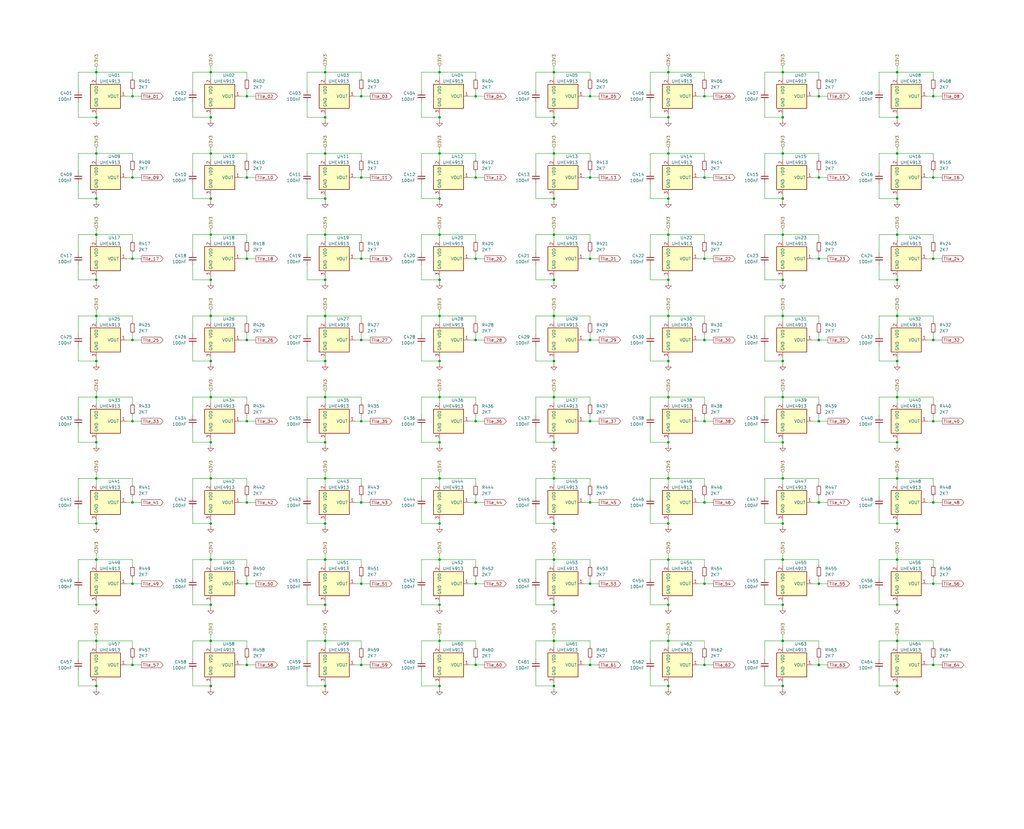
<source format=kicad_sch>
(kicad_sch (version 20211123) (generator eeschema)
  (paper "User" 432.003 350.012)
  (title_block (title "Smart Chessboard - Hall Effect Sensors") (date "2022-11-12") (rev "B") (company "Butler Electronics") (comment 1 "Design by Joshua Butler, MD, MHI"))
  (junction (at 185.42 152.4))
  (junction (at 378.46 49.53))
  (junction (at 104.14 40.64))
  (junction (at 233.68 186.69))
  (junction (at 55.88 246.38))
  (junction (at 88.9 64.77))
  (junction (at 88.9 270.51))
  (junction (at 185.42 118.11))
  (junction (at 88.9 289.56))
  (junction (at 200.66 143.51))
  (junction (at 281.94 167.64))
  (junction (at 88.9 30.48))
  (junction (at 88.9 152.4))
  (junction (at 40.64 255.27))
  (junction (at 88.9 220.98))
  (junction (at 393.7 143.51))
  (junction (at 297.18 109.22))
  (junction (at 40.64 186.69))
  (junction (at 345.44 177.8))
  (junction (at 137.16 64.77))
  (junction (at 281.94 64.77))
  (junction (at 137.16 133.35))
  (junction (at 393.7 177.8))
  (junction (at 152.4 246.38))
  (junction (at 185.42 289.56))
  (junction (at 378.46 133.35))
  (junction (at 137.16 201.93))
  (junction (at 330.2 152.4))
  (junction (at 233.68 99.06))
  (junction (at 233.68 133.35))
  (junction (at 330.2 201.93))
  (junction (at 185.42 236.22))
  (junction (at 104.14 177.8))
  (junction (at 104.14 143.51))
  (junction (at 345.44 109.22))
  (junction (at 88.9 118.11))
  (junction (at 40.64 49.53))
  (junction (at 233.68 118.11))
  (junction (at 137.16 118.11))
  (junction (at 40.64 152.4))
  (junction (at 233.68 270.51))
  (junction (at 185.42 167.64))
  (junction (at 88.9 133.35))
  (junction (at 55.88 40.64))
  (junction (at 55.88 143.51))
  (junction (at 88.9 167.64))
  (junction (at 248.92 74.93))
  (junction (at 297.18 246.38))
  (junction (at 248.92 143.51))
  (junction (at 55.88 177.8))
  (junction (at 152.4 212.09))
  (junction (at 345.44 280.67))
  (junction (at 185.42 186.69))
  (junction (at 152.4 40.64))
  (junction (at 152.4 143.51))
  (junction (at 330.2 64.77))
  (junction (at 378.46 201.93))
  (junction (at 248.92 212.09))
  (junction (at 88.9 236.22))
  (junction (at 185.42 64.77))
  (junction (at 88.9 255.27))
  (junction (at 281.94 152.4))
  (junction (at 330.2 118.11))
  (junction (at 330.2 270.51))
  (junction (at 185.42 255.27))
  (junction (at 137.16 83.82))
  (junction (at 185.42 220.98))
  (junction (at 185.42 201.93))
  (junction (at 297.18 74.93))
  (junction (at 281.94 270.51))
  (junction (at 40.64 201.93))
  (junction (at 200.66 109.22))
  (junction (at 378.46 83.82))
  (junction (at 281.94 118.11))
  (junction (at 378.46 152.4))
  (junction (at 104.14 280.67))
  (junction (at 393.7 109.22))
  (junction (at 393.7 212.09))
  (junction (at 281.94 83.82))
  (junction (at 88.9 99.06))
  (junction (at 248.92 246.38))
  (junction (at 40.64 64.77))
  (junction (at 88.9 201.93))
  (junction (at 200.66 74.93))
  (junction (at 345.44 40.64))
  (junction (at 200.66 177.8))
  (junction (at 137.16 220.98))
  (junction (at 137.16 289.56))
  (junction (at 330.2 49.53))
  (junction (at 281.94 186.69))
  (junction (at 248.92 40.64))
  (junction (at 40.64 167.64))
  (junction (at 152.4 280.67))
  (junction (at 233.68 220.98))
  (junction (at 378.46 220.98))
  (junction (at 378.46 99.06))
  (junction (at 185.42 83.82))
  (junction (at 152.4 74.93))
  (junction (at 40.64 83.82))
  (junction (at 88.9 83.82))
  (junction (at 40.64 133.35))
  (junction (at 152.4 177.8))
  (junction (at 281.94 99.06))
  (junction (at 104.14 109.22))
  (junction (at 378.46 167.64))
  (junction (at 281.94 236.22))
  (junction (at 248.92 280.67))
  (junction (at 393.7 246.38))
  (junction (at 248.92 177.8))
  (junction (at 330.2 99.06))
  (junction (at 40.64 236.22))
  (junction (at 137.16 99.06))
  (junction (at 330.2 133.35))
  (junction (at 330.2 30.48))
  (junction (at 200.66 246.38))
  (junction (at 88.9 186.69))
  (junction (at 233.68 201.93))
  (junction (at 55.88 280.67))
  (junction (at 378.46 270.51))
  (junction (at 200.66 40.64))
  (junction (at 297.18 212.09))
  (junction (at 330.2 83.82))
  (junction (at 200.66 280.67))
  (junction (at 233.68 289.56))
  (junction (at 330.2 186.69))
  (junction (at 248.92 109.22))
  (junction (at 200.66 212.09))
  (junction (at 233.68 64.77))
  (junction (at 330.2 289.56))
  (junction (at 281.94 201.93))
  (junction (at 297.18 280.67))
  (junction (at 40.64 30.48))
  (junction (at 185.42 270.51))
  (junction (at 393.7 74.93))
  (junction (at 281.94 30.48))
  (junction (at 330.2 220.98))
  (junction (at 137.16 270.51))
  (junction (at 185.42 133.35))
  (junction (at 55.88 74.93))
  (junction (at 281.94 220.98))
  (junction (at 40.64 289.56))
  (junction (at 345.44 212.09))
  (junction (at 152.4 109.22))
  (junction (at 233.68 152.4))
  (junction (at 378.46 30.48))
  (junction (at 330.2 167.64))
  (junction (at 137.16 49.53))
  (junction (at 393.7 280.67))
  (junction (at 330.2 236.22))
  (junction (at 40.64 118.11))
  (junction (at 137.16 186.69))
  (junction (at 137.16 236.22))
  (junction (at 40.64 270.51))
  (junction (at 330.2 255.27))
  (junction (at 378.46 118.11))
  (junction (at 378.46 64.77))
  (junction (at 378.46 255.27))
  (junction (at 297.18 143.51))
  (junction (at 297.18 177.8))
  (junction (at 233.68 167.64))
  (junction (at 137.16 152.4))
  (junction (at 281.94 289.56))
  (junction (at 55.88 109.22))
  (junction (at 233.68 83.82))
  (junction (at 233.68 30.48))
  (junction (at 345.44 143.51))
  (junction (at 40.64 99.06))
  (junction (at 137.16 255.27))
  (junction (at 137.16 167.64))
  (junction (at 281.94 133.35))
  (junction (at 281.94 49.53))
  (junction (at 297.18 40.64))
  (junction (at 345.44 246.38))
  (junction (at 88.9 49.53))
  (junction (at 185.42 30.48))
  (junction (at 378.46 186.69))
  (junction (at 393.7 40.64))
  (junction (at 345.44 74.93))
  (junction (at 40.64 220.98))
  (junction (at 233.68 255.27))
  (junction (at 104.14 246.38))
  (junction (at 233.68 49.53))
  (junction (at 378.46 236.22))
  (junction (at 378.46 289.56))
  (junction (at 104.14 212.09))
  (junction (at 281.94 255.27))
  (junction (at 55.88 212.09))
  (junction (at 104.14 74.93))
  (junction (at 185.42 49.53))
  (junction (at 185.42 99.06))
  (junction (at 233.68 236.22))
  (junction (at 137.16 30.48))
  (wire (pts (xy 55.88 74.93) (xy 59.69 74.93)))
  (wire (pts (xy 185.42 118.11) (xy 185.42 119.38)))
  (wire (pts (xy 104.14 167.64) (xy 88.9 167.64)))
  (wire (pts (xy 200.66 74.93) (xy 204.47 74.93)))
  (wire (pts (xy 345.44 201.93) (xy 330.2 201.93)))
  (wire (pts (xy 274.32 255.27) (xy 281.94 255.27)))
  (wire (pts (xy 200.66 270.51) (xy 185.42 270.51)))
  (wire (pts (xy 370.84 43.18) (xy 370.84 49.53)))
  (wire (pts (xy 177.8 220.98) (xy 185.42 220.98)))
  (wire (pts (xy 274.32 77.47) (xy 274.32 83.82)))
  (wire (pts (xy 177.8 167.64) (xy 185.42 167.64)))
  (wire (pts (xy 226.06 186.69) (xy 233.68 186.69)))
  (wire (pts (xy 322.58 186.69) (xy 330.2 186.69)))
  (wire (pts (xy 378.46 270.51) (xy 378.46 273.05)))
  (wire (pts (xy 177.8 146.05) (xy 177.8 152.4)))
  (wire (pts (xy 281.94 288.29) (xy 281.94 289.56)))
  (wire (pts (xy 129.54 243.84) (xy 129.54 236.22)))
  (wire (pts (xy 55.88 204.47) (xy 55.88 201.93)))
  (wire (pts (xy 297.18 40.64) (xy 300.99 40.64)))
  (wire (pts (xy 330.2 152.4) (xy 330.2 153.67)))
  (wire (pts (xy 88.9 255.27) (xy 88.9 256.54)))
  (wire (pts (xy 152.4 170.18) (xy 152.4 167.64)))
  (wire (pts (xy 33.02 106.68) (xy 33.02 99.06)))
  (wire (pts (xy 378.46 289.56) (xy 378.46 290.83)))
  (wire (pts (xy 342.9 280.67) (xy 345.44 280.67)))
  (wire (pts (xy 248.92 133.35) (xy 233.68 133.35)))
  (wire (pts (xy 370.84 140.97) (xy 370.84 133.35)))
  (wire (pts (xy 345.44 243.84) (xy 345.44 246.38)))
  (wire (pts (xy 177.8 140.97) (xy 177.8 133.35)))
  (wire (pts (xy 152.4 106.68) (xy 152.4 109.22)))
  (wire (pts (xy 248.92 175.26) (xy 248.92 177.8)))
  (wire (pts (xy 101.6 40.64) (xy 104.14 40.64)))
  (wire (pts (xy 322.58 106.68) (xy 322.58 99.06)))
  (wire (pts (xy 294.64 280.67) (xy 297.18 280.67)))
  (wire (pts (xy 370.84 270.51) (xy 378.46 270.51)))
  (wire (pts (xy 226.06 64.77) (xy 233.68 64.77)))
  (wire (pts (xy 370.84 248.92) (xy 370.84 255.27)))
  (wire (pts (xy 137.16 186.69) (xy 137.16 187.96)))
  (wire (pts (xy 177.8 152.4) (xy 185.42 152.4)))
  (wire (pts (xy 81.28 186.69) (xy 88.9 186.69)))
  (wire (pts (xy 370.84 220.98) (xy 378.46 220.98)))
  (wire (pts (xy 81.28 180.34) (xy 81.28 186.69)))
  (wire (pts (xy 137.16 49.53) (xy 137.16 50.8)))
  (wire (pts (xy 33.02 270.51) (xy 40.64 270.51)))
  (wire (pts (xy 200.66 40.64) (xy 204.47 40.64)))
  (wire (pts (xy 129.54 248.92) (xy 129.54 255.27)))
  (wire (pts (xy 200.66 143.51) (xy 204.47 143.51)))
  (wire (pts (xy 81.28 175.26) (xy 81.28 167.64)))
  (wire (pts (xy 233.68 130.81) (xy 233.68 133.35)))
  (wire (pts (xy 274.32 175.26) (xy 274.32 167.64)))
  (wire (pts (xy 185.42 254) (xy 185.42 255.27)))
  (wire (pts (xy 345.44 40.64) (xy 349.25 40.64)))
  (wire (pts (xy 393.7 246.38) (xy 397.51 246.38)))
  (wire (pts (xy 200.66 67.31) (xy 200.66 64.77)))
  (wire (pts (xy 233.68 82.55) (xy 233.68 83.82)))
  (wire (pts (xy 104.14 67.31) (xy 104.14 64.77)))
  (wire (pts (xy 330.2 233.68) (xy 330.2 236.22)))
  (wire (pts (xy 370.84 255.27) (xy 378.46 255.27)))
  (wire (pts (xy 393.7 38.1) (xy 393.7 40.64)))
  (wire (pts (xy 391.16 40.64) (xy 393.7 40.64)))
  (wire (pts (xy 248.92 170.18) (xy 248.92 167.64)))
  (wire (pts (xy 246.38 177.8) (xy 248.92 177.8)))
  (wire (pts (xy 177.8 133.35) (xy 185.42 133.35)))
  (wire (pts (xy 297.18 204.47) (xy 297.18 201.93)))
  (wire (pts (xy 322.58 167.64) (xy 330.2 167.64)))
  (wire (pts (xy 129.54 278.13) (xy 129.54 270.51)))
  (wire (pts (xy 297.18 177.8) (xy 300.99 177.8)))
  (wire (pts (xy 226.06 77.47) (xy 226.06 83.82)))
  (wire (pts (xy 177.8 209.55) (xy 177.8 201.93)))
  (wire (pts (xy 345.44 30.48) (xy 330.2 30.48)))
  (wire (pts (xy 393.7 64.77) (xy 378.46 64.77)))
  (wire (pts (xy 248.92 243.84) (xy 248.92 246.38)))
  (wire (pts (xy 393.7 201.93) (xy 378.46 201.93)))
  (wire (pts (xy 33.02 180.34) (xy 33.02 186.69)))
  (wire (pts (xy 248.92 109.22) (xy 252.73 109.22)))
  (wire (pts (xy 233.68 270.51) (xy 233.68 273.05)))
  (wire (pts (xy 274.32 146.05) (xy 274.32 152.4)))
  (wire (pts (xy 378.46 96.52) (xy 378.46 99.06)))
  (wire (pts (xy 330.2 289.56) (xy 330.2 290.83)))
  (wire (pts (xy 81.28 255.27) (xy 88.9 255.27)))
  (wire (pts (xy 129.54 133.35) (xy 137.16 133.35)))
  (wire (pts (xy 104.14 175.26) (xy 104.14 177.8)))
  (wire (pts (xy 200.66 177.8) (xy 204.47 177.8)))
  (wire (pts (xy 281.94 289.56) (xy 281.94 290.83)))
  (wire (pts (xy 137.16 48.26) (xy 137.16 49.53)))
  (wire (pts (xy 55.88 143.51) (xy 59.69 143.51)))
  (wire (pts (xy 322.58 255.27) (xy 330.2 255.27)))
  (wire (pts (xy 81.28 72.39) (xy 81.28 64.77)))
  (wire (pts (xy 185.42 267.97) (xy 185.42 270.51)))
  (wire (pts (xy 81.28 64.77) (xy 88.9 64.77)))
  (wire (pts (xy 198.12 280.67) (xy 200.66 280.67)))
  (wire (pts (xy 81.28 278.13) (xy 81.28 270.51)))
  (wire (pts (xy 152.4 243.84) (xy 152.4 246.38)))
  (wire (pts (xy 274.32 270.51) (xy 281.94 270.51)))
  (wire (pts (xy 40.64 48.26) (xy 40.64 49.53)))
  (wire (pts (xy 393.7 135.89) (xy 393.7 133.35)))
  (wire (pts (xy 88.9 220.98) (xy 88.9 222.25)))
  (wire (pts (xy 185.42 49.53) (xy 185.42 50.8)))
  (wire (pts (xy 281.94 99.06) (xy 281.94 101.6)))
  (wire (pts (xy 149.86 246.38) (xy 152.4 246.38)))
  (wire (pts (xy 226.06 99.06) (xy 233.68 99.06)))
  (wire (pts (xy 129.54 77.47) (xy 129.54 83.82)))
  (wire (pts (xy 137.16 288.29) (xy 137.16 289.56)))
  (wire (pts (xy 129.54 38.1) (xy 129.54 30.48)))
  (wire (pts (xy 322.58 209.55) (xy 322.58 201.93)))
  (wire (pts (xy 104.14 99.06) (xy 88.9 99.06)))
  (wire (pts (xy 248.92 177.8) (xy 252.73 177.8)))
  (wire (pts (xy 345.44 236.22) (xy 330.2 236.22)))
  (wire (pts (xy 226.06 146.05) (xy 226.06 152.4)))
  (wire (pts (xy 370.84 201.93) (xy 378.46 201.93)))
  (wire (pts (xy 137.16 185.42) (xy 137.16 186.69)))
  (wire (pts (xy 330.2 83.82) (xy 330.2 85.09)))
  (wire (pts (xy 322.58 201.93) (xy 330.2 201.93)))
  (wire (pts (xy 370.84 283.21) (xy 370.84 289.56)))
  (wire (pts (xy 322.58 38.1) (xy 322.58 30.48)))
  (wire (pts (xy 297.18 106.68) (xy 297.18 109.22)))
  (wire (pts (xy 345.44 278.13) (xy 345.44 280.67)))
  (wire (pts (xy 345.44 270.51) (xy 330.2 270.51)))
  (wire (pts (xy 104.14 270.51) (xy 88.9 270.51)))
  (wire (pts (xy 330.2 186.69) (xy 330.2 187.96)))
  (wire (pts (xy 53.34 143.51) (xy 55.88 143.51)))
  (wire (pts (xy 345.44 38.1) (xy 345.44 40.64)))
  (wire (pts (xy 152.4 143.51) (xy 156.21 143.51)))
  (wire (pts (xy 200.66 109.22) (xy 204.47 109.22)))
  (wire (pts (xy 40.64 167.64) (xy 40.64 170.18)))
  (wire (pts (xy 129.54 111.76) (xy 129.54 118.11)))
  (wire (pts (xy 40.64 254) (xy 40.64 255.27)))
  (wire (pts (xy 345.44 135.89) (xy 345.44 133.35)))
  (wire (pts (xy 137.16 254) (xy 137.16 255.27)))
  (wire (pts (xy 104.14 201.93) (xy 88.9 201.93)))
  (wire (pts (xy 104.14 135.89) (xy 104.14 133.35)))
  (wire (pts (xy 248.92 238.76) (xy 248.92 236.22)))
  (wire (pts (xy 177.8 255.27) (xy 185.42 255.27)))
  (wire (pts (xy 226.06 43.18) (xy 226.06 49.53)))
  (wire (pts (xy 177.8 270.51) (xy 185.42 270.51)))
  (wire (pts (xy 33.02 214.63) (xy 33.02 220.98)))
  (wire (pts (xy 81.28 220.98) (xy 88.9 220.98)))
  (wire (pts (xy 322.58 180.34) (xy 322.58 186.69)))
  (wire (pts (xy 330.2 254) (xy 330.2 255.27)))
  (wire (pts (xy 281.94 96.52) (xy 281.94 99.06)))
  (wire (pts (xy 297.18 38.1) (xy 297.18 40.64)))
  (wire (pts (xy 55.88 177.8) (xy 59.69 177.8)))
  (wire (pts (xy 40.64 118.11) (xy 40.64 119.38)))
  (wire (pts (xy 294.64 109.22) (xy 297.18 109.22)))
  (wire (pts (xy 185.42 289.56) (xy 185.42 290.83)))
  (wire (pts (xy 226.06 255.27) (xy 233.68 255.27)))
  (wire (pts (xy 248.92 280.67) (xy 252.73 280.67)))
  (wire (pts (xy 81.28 270.51) (xy 88.9 270.51)))
  (wire (pts (xy 137.16 255.27) (xy 137.16 256.54)))
  (wire (pts (xy 129.54 270.51) (xy 137.16 270.51)))
  (wire (pts (xy 137.16 96.52) (xy 137.16 99.06)))
  (wire (pts (xy 40.64 64.77) (xy 40.64 67.31)))
  (wire (pts (xy 393.7 74.93) (xy 397.51 74.93)))
  (wire (pts (xy 177.8 186.69) (xy 185.42 186.69)))
  (wire (pts (xy 81.28 99.06) (xy 88.9 99.06)))
  (wire (pts (xy 274.32 209.55) (xy 274.32 201.93)))
  (wire (pts (xy 378.46 82.55) (xy 378.46 83.82)))
  (wire (pts (xy 294.64 143.51) (xy 297.18 143.51)))
  (wire (pts (xy 297.18 74.93) (xy 300.99 74.93)))
  (wire (pts (xy 53.34 212.09) (xy 55.88 212.09)))
  (wire (pts (xy 281.94 220.98) (xy 281.94 222.25)))
  (wire (pts (xy 104.14 143.51) (xy 107.95 143.51)))
  (wire (pts (xy 226.06 167.64) (xy 233.68 167.64)))
  (wire (pts (xy 33.02 118.11) (xy 40.64 118.11)))
  (wire (pts (xy 200.66 101.6) (xy 200.66 99.06)))
  (wire (pts (xy 233.68 133.35) (xy 233.68 135.89)))
  (wire (pts (xy 370.84 209.55) (xy 370.84 201.93)))
  (wire (pts (xy 88.9 167.64) (xy 88.9 170.18)))
  (wire (pts (xy 345.44 67.31) (xy 345.44 64.77)))
  (wire (pts (xy 152.4 74.93) (xy 156.21 74.93)))
  (wire (pts (xy 88.9 82.55) (xy 88.9 83.82)))
  (wire (pts (xy 104.14 170.18) (xy 104.14 167.64)))
  (wire (pts (xy 185.42 152.4) (xy 185.42 153.67)))
  (wire (pts (xy 149.86 109.22) (xy 152.4 109.22)))
  (wire (pts (xy 104.14 64.77) (xy 88.9 64.77)))
  (wire (pts (xy 322.58 111.76) (xy 322.58 118.11)))
  (wire (pts (xy 330.2 219.71) (xy 330.2 220.98)))
  (wire (pts (xy 33.02 64.77) (xy 40.64 64.77)))
  (wire (pts (xy 129.54 30.48) (xy 137.16 30.48)))
  (wire (pts (xy 185.42 27.94) (xy 185.42 30.48)))
  (wire (pts (xy 281.94 219.71) (xy 281.94 220.98)))
  (wire (pts (xy 200.66 133.35) (xy 185.42 133.35)))
  (wire (pts (xy 274.32 118.11) (xy 281.94 118.11)))
  (wire (pts (xy 393.7 33.02) (xy 393.7 30.48)))
  (wire (pts (xy 345.44 109.22) (xy 349.25 109.22)))
  (wire (pts (xy 104.14 209.55) (xy 104.14 212.09)))
  (wire (pts (xy 330.2 201.93) (xy 330.2 204.47)))
  (wire (pts (xy 137.16 289.56) (xy 137.16 290.83)))
  (wire (pts (xy 378.46 64.77) (xy 378.46 67.31)))
  (wire (pts (xy 185.42 116.84) (xy 185.42 118.11)))
  (wire (pts (xy 391.16 143.51) (xy 393.7 143.51)))
  (wire (pts (xy 104.14 236.22) (xy 88.9 236.22)))
  (wire (pts (xy 33.02 83.82) (xy 40.64 83.82)))
  (wire (pts (xy 322.58 83.82) (xy 330.2 83.82)))
  (wire (pts (xy 152.4 33.02) (xy 152.4 30.48)))
  (wire (pts (xy 393.7 177.8) (xy 397.51 177.8)))
  (wire (pts (xy 185.42 130.81) (xy 185.42 133.35)))
  (wire (pts (xy 345.44 64.77) (xy 330.2 64.77)))
  (wire (pts (xy 281.94 27.94) (xy 281.94 30.48)))
  (wire (pts (xy 330.2 288.29) (xy 330.2 289.56)))
  (wire (pts (xy 129.54 289.56) (xy 137.16 289.56)))
  (wire (pts (xy 149.86 177.8) (xy 152.4 177.8)))
  (wire (pts (xy 104.14 74.93) (xy 107.95 74.93)))
  (wire (pts (xy 185.42 99.06) (xy 185.42 101.6)))
  (wire (pts (xy 281.94 151.13) (xy 281.94 152.4)))
  (wire (pts (xy 55.88 40.64) (xy 59.69 40.64)))
  (wire (pts (xy 88.9 151.13) (xy 88.9 152.4)))
  (wire (pts (xy 233.68 186.69) (xy 233.68 187.96)))
  (wire (pts (xy 137.16 270.51) (xy 137.16 273.05)))
  (wire (pts (xy 297.18 140.97) (xy 297.18 143.51)))
  (wire (pts (xy 129.54 83.82) (xy 137.16 83.82)))
  (wire (pts (xy 378.46 130.81) (xy 378.46 133.35)))
  (wire (pts (xy 104.14 238.76) (xy 104.14 236.22)))
  (wire (pts (xy 149.86 280.67) (xy 152.4 280.67)))
  (wire (pts (xy 274.32 133.35) (xy 281.94 133.35)))
  (wire (pts (xy 185.42 219.71) (xy 185.42 220.98)))
  (wire (pts (xy 297.18 33.02) (xy 297.18 30.48)))
  (wire (pts (xy 342.9 109.22) (xy 345.44 109.22)))
  (wire (pts (xy 345.44 33.02) (xy 345.44 30.48)))
  (wire (pts (xy 81.28 118.11) (xy 88.9 118.11)))
  (wire (pts (xy 129.54 152.4) (xy 137.16 152.4)))
  (wire (pts (xy 297.18 270.51) (xy 281.94 270.51)))
  (wire (pts (xy 274.32 43.18) (xy 274.32 49.53)))
  (wire (pts (xy 330.2 130.81) (xy 330.2 133.35)))
  (wire (pts (xy 391.16 177.8) (xy 393.7 177.8)))
  (wire (pts (xy 330.2 82.55) (xy 330.2 83.82)))
  (wire (pts (xy 322.58 99.06) (xy 330.2 99.06)))
  (wire (pts (xy 322.58 152.4) (xy 330.2 152.4)))
  (wire (pts (xy 233.68 199.39) (xy 233.68 201.93)))
  (wire (pts (xy 137.16 27.94) (xy 137.16 30.48)))
  (wire (pts (xy 248.92 72.39) (xy 248.92 74.93)))
  (wire (pts (xy 152.4 30.48) (xy 137.16 30.48)))
  (wire (pts (xy 330.2 64.77) (xy 330.2 67.31)))
  (wire (pts (xy 274.32 283.21) (xy 274.32 289.56)))
  (wire (pts (xy 342.9 74.93) (xy 345.44 74.93)))
  (wire (pts (xy 393.7 204.47) (xy 393.7 201.93)))
  (wire (pts (xy 322.58 236.22) (xy 330.2 236.22)))
  (wire (pts (xy 149.86 143.51) (xy 152.4 143.51)))
  (wire (pts (xy 274.32 180.34) (xy 274.32 186.69)))
  (wire (pts (xy 81.28 289.56) (xy 88.9 289.56)))
  (wire (pts (xy 345.44 273.05) (xy 345.44 270.51)))
  (wire (pts (xy 55.88 135.89) (xy 55.88 133.35)))
  (wire (pts (xy 393.7 212.09) (xy 397.51 212.09)))
  (wire (pts (xy 40.64 151.13) (xy 40.64 152.4)))
  (wire (pts (xy 55.88 238.76) (xy 55.88 236.22)))
  (wire (pts (xy 248.92 140.97) (xy 248.92 143.51)))
  (wire (pts (xy 200.66 38.1) (xy 200.66 40.64)))
  (wire (pts (xy 88.9 165.1) (xy 88.9 167.64)))
  (wire (pts (xy 88.9 233.68) (xy 88.9 236.22)))
  (wire (pts (xy 40.64 199.39) (xy 40.64 201.93)))
  (wire (pts (xy 81.28 77.47) (xy 81.28 83.82)))
  (wire (pts (xy 233.68 30.48) (xy 233.68 33.02)))
  (wire (pts (xy 345.44 246.38) (xy 349.25 246.38)))
  (wire (pts (xy 200.66 106.68) (xy 200.66 109.22)))
  (wire (pts (xy 297.18 280.67) (xy 300.99 280.67)))
  (wire (pts (xy 152.4 238.76) (xy 152.4 236.22)))
  (wire (pts (xy 393.7 143.51) (xy 397.51 143.51)))
  (wire (pts (xy 185.42 48.26) (xy 185.42 49.53)))
  (wire (pts (xy 81.28 49.53) (xy 88.9 49.53)))
  (wire (pts (xy 274.32 64.77) (xy 281.94 64.77)))
  (wire (pts (xy 274.32 278.13) (xy 274.32 270.51)))
  (wire (pts (xy 378.46 151.13) (xy 378.46 152.4)))
  (wire (pts (xy 198.12 246.38) (xy 200.66 246.38)))
  (wire (pts (xy 378.46 219.71) (xy 378.46 220.98)))
  (wire (pts (xy 233.68 289.56) (xy 233.68 290.83)))
  (wire (pts (xy 129.54 180.34) (xy 129.54 186.69)))
  (wire (pts (xy 274.32 167.64) (xy 281.94 167.64)))
  (wire (pts (xy 104.14 40.64) (xy 107.95 40.64)))
  (wire (pts (xy 233.68 152.4) (xy 233.68 153.67)))
  (wire (pts (xy 137.16 99.06) (xy 137.16 101.6)))
  (wire (pts (xy 281.94 30.48) (xy 281.94 33.02)))
  (wire (pts (xy 33.02 243.84) (xy 33.02 236.22)))
  (wire (pts (xy 177.8 201.93) (xy 185.42 201.93)))
  (wire (pts (xy 246.38 246.38) (xy 248.92 246.38)))
  (wire (pts (xy 200.66 236.22) (xy 185.42 236.22)))
  (wire (pts (xy 393.7 238.76) (xy 393.7 236.22)))
  (wire (pts (xy 33.02 140.97) (xy 33.02 133.35)))
  (wire (pts (xy 322.58 289.56) (xy 330.2 289.56)))
  (wire (pts (xy 226.06 278.13) (xy 226.06 270.51)))
  (wire (pts (xy 129.54 99.06) (xy 137.16 99.06)))
  (wire (pts (xy 104.14 278.13) (xy 104.14 280.67)))
  (wire (pts (xy 345.44 106.68) (xy 345.44 109.22)))
  (wire (pts (xy 177.8 248.92) (xy 177.8 255.27)))
  (wire (pts (xy 55.88 175.26) (xy 55.88 177.8)))
  (wire (pts (xy 81.28 248.92) (xy 81.28 255.27)))
  (wire (pts (xy 246.38 280.67) (xy 248.92 280.67)))
  (wire (pts (xy 378.46 220.98) (xy 378.46 222.25)))
  (wire (pts (xy 297.18 273.05) (xy 297.18 270.51)))
  (wire (pts (xy 393.7 30.48) (xy 378.46 30.48)))
  (wire (pts (xy 378.46 83.82) (xy 378.46 85.09)))
  (wire (pts (xy 200.66 273.05) (xy 200.66 270.51)))
  (wire (pts (xy 185.42 96.52) (xy 185.42 99.06)))
  (wire (pts (xy 297.18 143.51) (xy 300.99 143.51)))
  (wire (pts (xy 233.68 64.77) (xy 233.68 67.31)))
  (wire (pts (xy 177.8 30.48) (xy 185.42 30.48)))
  (wire (pts (xy 330.2 167.64) (xy 330.2 170.18)))
  (wire (pts (xy 40.64 82.55) (xy 40.64 83.82)))
  (wire (pts (xy 393.7 278.13) (xy 393.7 280.67)))
  (wire (pts (xy 330.2 199.39) (xy 330.2 201.93)))
  (wire (pts (xy 370.84 278.13) (xy 370.84 270.51)))
  (wire (pts (xy 370.84 49.53) (xy 378.46 49.53)))
  (wire (pts (xy 88.9 236.22) (xy 88.9 238.76)))
  (wire (pts (xy 104.14 38.1) (xy 104.14 40.64)))
  (wire (pts (xy 177.8 214.63) (xy 177.8 220.98)))
  (wire (pts (xy 81.28 43.18) (xy 81.28 49.53)))
  (wire (pts (xy 149.86 40.64) (xy 152.4 40.64)))
  (wire (pts (xy 137.16 118.11) (xy 137.16 119.38)))
  (wire (pts (xy 342.9 212.09) (xy 345.44 212.09)))
  (wire (pts (xy 137.16 151.13) (xy 137.16 152.4)))
  (wire (pts (xy 129.54 209.55) (xy 129.54 201.93)))
  (wire (pts (xy 152.4 38.1) (xy 152.4 40.64)))
  (wire (pts (xy 88.9 99.06) (xy 88.9 101.6)))
  (wire (pts (xy 322.58 49.53) (xy 330.2 49.53)))
  (wire (pts (xy 198.12 109.22) (xy 200.66 109.22)))
  (wire (pts (xy 40.64 270.51) (xy 40.64 273.05)))
  (wire (pts (xy 88.9 30.48) (xy 88.9 33.02)))
  (wire (pts (xy 393.7 72.39) (xy 393.7 74.93)))
  (wire (pts (xy 33.02 175.26) (xy 33.02 167.64)))
  (wire (pts (xy 33.02 236.22) (xy 40.64 236.22)))
  (wire (pts (xy 152.4 67.31) (xy 152.4 64.77)))
  (wire (pts (xy 33.02 220.98) (xy 40.64 220.98)))
  (wire (pts (xy 393.7 40.64) (xy 397.51 40.64)))
  (wire (pts (xy 40.64 133.35) (xy 40.64 135.89)))
  (wire (pts (xy 33.02 72.39) (xy 33.02 64.77)))
  (wire (pts (xy 88.9 267.97) (xy 88.9 270.51)))
  (wire (pts (xy 200.66 72.39) (xy 200.66 74.93)))
  (wire (pts (xy 40.64 99.06) (xy 40.64 101.6)))
  (wire (pts (xy 81.28 146.05) (xy 81.28 152.4)))
  (wire (pts (xy 330.2 165.1) (xy 330.2 167.64)))
  (wire (pts (xy 129.54 118.11) (xy 137.16 118.11)))
  (wire (pts (xy 322.58 140.97) (xy 322.58 133.35)))
  (wire (pts (xy 297.18 167.64) (xy 281.94 167.64)))
  (wire (pts (xy 393.7 167.64) (xy 378.46 167.64)))
  (wire (pts (xy 281.94 118.11) (xy 281.94 119.38)))
  (wire (pts (xy 330.2 27.94) (xy 330.2 30.48)))
  (wire (pts (xy 378.46 118.11) (xy 378.46 119.38)))
  (wire (pts (xy 185.42 288.29) (xy 185.42 289.56)))
  (wire (pts (xy 248.92 236.22) (xy 233.68 236.22)))
  (wire (pts (xy 233.68 165.1) (xy 233.68 167.64)))
  (wire (pts (xy 101.6 74.93) (xy 104.14 74.93)))
  (wire (pts (xy 393.7 170.18) (xy 393.7 167.64)))
  (wire (pts (xy 129.54 146.05) (xy 129.54 152.4)))
  (wire (pts (xy 101.6 212.09) (xy 104.14 212.09)))
  (wire (pts (xy 55.88 246.38) (xy 59.69 246.38)))
  (wire (pts (xy 137.16 267.97) (xy 137.16 270.51)))
  (wire (pts (xy 226.06 180.34) (xy 226.06 186.69)))
  (wire (pts (xy 55.88 140.97) (xy 55.88 143.51)))
  (wire (pts (xy 274.32 214.63) (xy 274.32 220.98)))
  (wire (pts (xy 322.58 30.48) (xy 330.2 30.48)))
  (wire (pts (xy 248.92 135.89) (xy 248.92 133.35)))
  (wire (pts (xy 137.16 30.48) (xy 137.16 33.02)))
  (wire (pts (xy 200.66 209.55) (xy 200.66 212.09)))
  (wire (pts (xy 345.44 99.06) (xy 330.2 99.06)))
  (wire (pts (xy 393.7 280.67) (xy 397.51 280.67)))
  (wire (pts (xy 378.46 116.84) (xy 378.46 118.11)))
  (wire (pts (xy 330.2 49.53) (xy 330.2 50.8)))
  (wire (pts (xy 370.84 289.56) (xy 378.46 289.56)))
  (wire (pts (xy 152.4 201.93) (xy 137.16 201.93)))
  (wire (pts (xy 226.06 283.21) (xy 226.06 289.56)))
  (wire (pts (xy 226.06 175.26) (xy 226.06 167.64)))
  (wire (pts (xy 185.42 133.35) (xy 185.42 135.89)))
  (wire (pts (xy 322.58 72.39) (xy 322.58 64.77)))
  (wire (pts (xy 152.4 273.05) (xy 152.4 270.51)))
  (wire (pts (xy 370.84 118.11) (xy 378.46 118.11)))
  (wire (pts (xy 248.92 64.77) (xy 233.68 64.77)))
  (wire (pts (xy 152.4 135.89) (xy 152.4 133.35)))
  (wire (pts (xy 233.68 267.97) (xy 233.68 270.51)))
  (wire (pts (xy 246.38 40.64) (xy 248.92 40.64)))
  (wire (pts (xy 248.92 273.05) (xy 248.92 270.51)))
  (wire (pts (xy 33.02 111.76) (xy 33.02 118.11)))
  (wire (pts (xy 345.44 238.76) (xy 345.44 236.22)))
  (wire (pts (xy 297.18 170.18) (xy 297.18 167.64)))
  (wire (pts (xy 345.44 212.09) (xy 349.25 212.09)))
  (wire (pts (xy 40.64 219.71) (xy 40.64 220.98)))
  (wire (pts (xy 152.4 64.77) (xy 137.16 64.77)))
  (wire (pts (xy 200.66 278.13) (xy 200.66 280.67)))
  (wire (pts (xy 88.9 152.4) (xy 88.9 153.67)))
  (wire (pts (xy 137.16 82.55) (xy 137.16 83.82)))
  (wire (pts (xy 281.94 233.68) (xy 281.94 236.22)))
  (wire (pts (xy 281.94 254) (xy 281.94 255.27)))
  (wire (pts (xy 391.16 212.09) (xy 393.7 212.09)))
  (wire (pts (xy 185.42 270.51) (xy 185.42 273.05)))
  (wire (pts (xy 185.42 62.23) (xy 185.42 64.77)))
  (wire (pts (xy 185.42 220.98) (xy 185.42 222.25)))
  (wire (pts (xy 274.32 140.97) (xy 274.32 133.35)))
  (wire (pts (xy 226.06 111.76) (xy 226.06 118.11)))
  (wire (pts (xy 281.94 82.55) (xy 281.94 83.82)))
  (wire (pts (xy 393.7 133.35) (xy 378.46 133.35)))
  (wire (pts (xy 81.28 243.84) (xy 81.28 236.22)))
  (wire (pts (xy 274.32 111.76) (xy 274.32 118.11)))
  (wire (pts (xy 185.42 30.48) (xy 185.42 33.02)))
  (wire (pts (xy 88.9 130.81) (xy 88.9 133.35)))
  (wire (pts (xy 370.84 72.39) (xy 370.84 64.77)))
  (wire (pts (xy 137.16 219.71) (xy 137.16 220.98)))
  (wire (pts (xy 129.54 186.69) (xy 137.16 186.69)))
  (wire (pts (xy 129.54 283.21) (xy 129.54 289.56)))
  (wire (pts (xy 104.14 101.6) (xy 104.14 99.06)))
  (wire (pts (xy 40.64 267.97) (xy 40.64 270.51)))
  (wire (pts (xy 370.84 186.69) (xy 378.46 186.69)))
  (wire (pts (xy 345.44 177.8) (xy 349.25 177.8)))
  (wire (pts (xy 200.66 30.48) (xy 185.42 30.48)))
  (wire (pts (xy 378.46 165.1) (xy 378.46 167.64)))
  (wire (pts (xy 378.46 152.4) (xy 378.46 153.67)))
  (wire (pts (xy 233.68 27.94) (xy 233.68 30.48)))
  (wire (pts (xy 33.02 186.69) (xy 40.64 186.69)))
  (wire (pts (xy 226.06 152.4) (xy 233.68 152.4)))
  (wire (pts (xy 246.38 143.51) (xy 248.92 143.51)))
  (wire (pts (xy 149.86 74.93) (xy 152.4 74.93)))
  (wire (pts (xy 233.68 288.29) (xy 233.68 289.56)))
  (wire (pts (xy 53.34 74.93) (xy 55.88 74.93)))
  (wire (pts (xy 55.88 201.93) (xy 40.64 201.93)))
  (wire (pts (xy 185.42 83.82) (xy 185.42 85.09)))
  (wire (pts (xy 226.06 248.92) (xy 226.06 255.27)))
  (wire (pts (xy 152.4 246.38) (xy 156.21 246.38)))
  (wire (pts (xy 248.92 209.55) (xy 248.92 212.09)))
  (wire (pts (xy 378.46 62.23) (xy 378.46 64.77)))
  (wire (pts (xy 297.18 246.38) (xy 300.99 246.38)))
  (wire (pts (xy 370.84 133.35) (xy 378.46 133.35)))
  (wire (pts (xy 391.16 246.38) (xy 393.7 246.38)))
  (wire (pts (xy 393.7 140.97) (xy 393.7 143.51)))
  (wire (pts (xy 53.34 40.64) (xy 55.88 40.64)))
  (wire (pts (xy 88.9 199.39) (xy 88.9 201.93)))
  (wire (pts (xy 185.42 64.77) (xy 185.42 67.31)))
  (wire (pts (xy 40.64 116.84) (xy 40.64 118.11)))
  (wire (pts (xy 55.88 170.18) (xy 55.88 167.64)))
  (wire (pts (xy 137.16 165.1) (xy 137.16 167.64)))
  (wire (pts (xy 185.42 186.69) (xy 185.42 187.96)))
  (wire (pts (xy 393.7 67.31) (xy 393.7 64.77)))
  (wire (pts (xy 104.14 140.97) (xy 104.14 143.51)))
  (wire (pts (xy 200.66 204.47) (xy 200.66 201.93)))
  (wire (pts (xy 281.94 255.27) (xy 281.94 256.54)))
  (wire (pts (xy 137.16 62.23) (xy 137.16 64.77)))
  (wire (pts (xy 40.64 185.42) (xy 40.64 186.69)))
  (wire (pts (xy 33.02 289.56) (xy 40.64 289.56)))
  (wire (pts (xy 137.16 236.22) (xy 137.16 238.76)))
  (wire (pts (xy 294.64 40.64) (xy 297.18 40.64)))
  (wire (pts (xy 226.06 289.56) (xy 233.68 289.56)))
  (wire (pts (xy 152.4 236.22) (xy 137.16 236.22)))
  (wire (pts (xy 294.64 212.09) (xy 297.18 212.09)))
  (wire (pts (xy 274.32 49.53) (xy 281.94 49.53)))
  (wire (pts (xy 177.8 77.47) (xy 177.8 83.82)))
  (wire (pts (xy 55.88 280.67) (xy 59.69 280.67)))
  (wire (pts (xy 55.88 99.06) (xy 40.64 99.06)))
  (wire (pts (xy 370.84 152.4) (xy 378.46 152.4)))
  (wire (pts (xy 330.2 30.48) (xy 330.2 33.02)))
  (wire (pts (xy 55.88 133.35) (xy 40.64 133.35)))
  (wire (pts (xy 274.32 243.84) (xy 274.32 236.22)))
  (wire (pts (xy 330.2 118.11) (xy 330.2 119.38)))
  (wire (pts (xy 248.92 204.47) (xy 248.92 201.93)))
  (wire (pts (xy 152.4 140.97) (xy 152.4 143.51)))
  (wire (pts (xy 391.16 280.67) (xy 393.7 280.67)))
  (wire (pts (xy 281.94 165.1) (xy 281.94 167.64)))
  (wire (pts (xy 297.18 109.22) (xy 300.99 109.22)))
  (wire (pts (xy 233.68 220.98) (xy 233.68 222.25)))
  (wire (pts (xy 88.9 48.26) (xy 88.9 49.53)))
  (wire (pts (xy 101.6 143.51) (xy 104.14 143.51)))
  (wire (pts (xy 88.9 270.51) (xy 88.9 273.05)))
  (wire (pts (xy 152.4 278.13) (xy 152.4 280.67)))
  (wire (pts (xy 137.16 130.81) (xy 137.16 133.35)))
  (wire (pts (xy 274.32 220.98) (xy 281.94 220.98)))
  (wire (pts (xy 274.32 30.48) (xy 281.94 30.48)))
  (wire (pts (xy 248.92 246.38) (xy 252.73 246.38)))
  (wire (pts (xy 248.92 106.68) (xy 248.92 109.22)))
  (wire (pts (xy 370.84 180.34) (xy 370.84 186.69)))
  (wire (pts (xy 104.14 33.02) (xy 104.14 30.48)))
  (wire (pts (xy 152.4 109.22) (xy 156.21 109.22)))
  (wire (pts (xy 233.68 201.93) (xy 233.68 204.47)))
  (wire (pts (xy 55.88 236.22) (xy 40.64 236.22)))
  (wire (pts (xy 378.46 99.06) (xy 378.46 101.6)))
  (wire (pts (xy 345.44 72.39) (xy 345.44 74.93)))
  (wire (pts (xy 55.88 30.48) (xy 40.64 30.48)))
  (wire (pts (xy 393.7 106.68) (xy 393.7 109.22)))
  (wire (pts (xy 322.58 118.11) (xy 330.2 118.11)))
  (wire (pts (xy 152.4 280.67) (xy 156.21 280.67)))
  (wire (pts (xy 55.88 67.31) (xy 55.88 64.77)))
  (wire (pts (xy 370.84 146.05) (xy 370.84 152.4)))
  (wire (pts (xy 129.54 49.53) (xy 137.16 49.53)))
  (wire (pts (xy 55.88 109.22) (xy 59.69 109.22)))
  (wire (pts (xy 378.46 255.27) (xy 378.46 256.54)))
  (wire (pts (xy 129.54 236.22) (xy 137.16 236.22)))
  (wire (pts (xy 104.14 246.38) (xy 107.95 246.38)))
  (wire (pts (xy 281.94 62.23) (xy 281.94 64.77)))
  (wire (pts (xy 370.84 175.26) (xy 370.84 167.64)))
  (wire (pts (xy 152.4 209.55) (xy 152.4 212.09)))
  (wire (pts (xy 152.4 270.51) (xy 137.16 270.51)))
  (wire (pts (xy 233.68 96.52) (xy 233.68 99.06)))
  (wire (pts (xy 55.88 33.02) (xy 55.88 30.48)))
  (wire (pts (xy 200.66 280.67) (xy 204.47 280.67)))
  (wire (pts (xy 248.92 101.6) (xy 248.92 99.06)))
  (wire (pts (xy 152.4 133.35) (xy 137.16 133.35)))
  (wire (pts (xy 370.84 83.82) (xy 378.46 83.82)))
  (wire (pts (xy 200.66 33.02) (xy 200.66 30.48)))
  (wire (pts (xy 55.88 212.09) (xy 59.69 212.09)))
  (wire (pts (xy 81.28 209.55) (xy 81.28 201.93)))
  (wire (pts (xy 81.28 38.1) (xy 81.28 30.48)))
  (wire (pts (xy 274.32 38.1) (xy 274.32 30.48)))
  (wire (pts (xy 274.32 72.39) (xy 274.32 64.77)))
  (wire (pts (xy 129.54 201.93) (xy 137.16 201.93)))
  (wire (pts (xy 378.46 30.48) (xy 378.46 33.02)))
  (wire (pts (xy 55.88 101.6) (xy 55.88 99.06)))
  (wire (pts (xy 297.18 72.39) (xy 297.18 74.93)))
  (wire (pts (xy 101.6 177.8) (xy 104.14 177.8)))
  (wire (pts (xy 177.8 106.68) (xy 177.8 99.06)))
  (wire (pts (xy 40.64 220.98) (xy 40.64 222.25)))
  (wire (pts (xy 81.28 83.82) (xy 88.9 83.82)))
  (wire (pts (xy 177.8 64.77) (xy 185.42 64.77)))
  (wire (pts (xy 185.42 201.93) (xy 185.42 204.47)))
  (wire (pts (xy 378.46 48.26) (xy 378.46 49.53)))
  (wire (pts (xy 393.7 109.22) (xy 397.51 109.22)))
  (wire (pts (xy 81.28 167.64) (xy 88.9 167.64)))
  (wire (pts (xy 322.58 278.13) (xy 322.58 270.51)))
  (wire (pts (xy 322.58 146.05) (xy 322.58 152.4)))
  (wire (pts (xy 248.92 167.64) (xy 233.68 167.64)))
  (wire (pts (xy 88.9 133.35) (xy 88.9 135.89)))
  (wire (pts (xy 378.46 254) (xy 378.46 255.27)))
  (wire (pts (xy 281.94 270.51) (xy 281.94 273.05)))
  (wire (pts (xy 40.64 62.23) (xy 40.64 64.77)))
  (wire (pts (xy 198.12 212.09) (xy 200.66 212.09)))
  (wire (pts (xy 104.14 212.09) (xy 107.95 212.09)))
  (wire (pts (xy 177.8 236.22) (xy 185.42 236.22)))
  (wire (pts (xy 246.38 74.93) (xy 248.92 74.93)))
  (wire (pts (xy 88.9 96.52) (xy 88.9 99.06)))
  (wire (pts (xy 185.42 233.68) (xy 185.42 236.22)))
  (wire (pts (xy 281.94 167.64) (xy 281.94 170.18)))
  (wire (pts (xy 297.18 101.6) (xy 297.18 99.06)))
  (wire (pts (xy 129.54 106.68) (xy 129.54 99.06)))
  (wire (pts (xy 200.66 64.77) (xy 185.42 64.77)))
  (wire (pts (xy 322.58 77.47) (xy 322.58 83.82)))
  (wire (pts (xy 233.68 151.13) (xy 233.68 152.4)))
  (wire (pts (xy 281.94 130.81) (xy 281.94 133.35)))
  (wire (pts (xy 330.2 48.26) (xy 330.2 49.53)))
  (wire (pts (xy 248.92 30.48) (xy 233.68 30.48)))
  (wire (pts (xy 81.28 30.48) (xy 88.9 30.48)))
  (wire (pts (xy 81.28 133.35) (xy 88.9 133.35)))
  (wire (pts (xy 248.92 201.93) (xy 233.68 201.93)))
  (wire (pts (xy 53.34 177.8) (xy 55.88 177.8)))
  (wire (pts (xy 200.66 246.38) (xy 204.47 246.38)))
  (wire (pts (xy 378.46 201.93) (xy 378.46 204.47)))
  (wire (pts (xy 200.66 135.89) (xy 200.66 133.35)))
  (wire (pts (xy 226.06 220.98) (xy 233.68 220.98)))
  (wire (pts (xy 40.64 201.93) (xy 40.64 204.47)))
  (wire (pts (xy 200.66 201.93) (xy 185.42 201.93)))
  (wire (pts (xy 393.7 270.51) (xy 378.46 270.51)))
  (wire (pts (xy 88.9 118.11) (xy 88.9 119.38)))
  (wire (pts (xy 152.4 40.64) (xy 156.21 40.64)))
  (wire (pts (xy 248.92 40.64) (xy 252.73 40.64)))
  (wire (pts (xy 129.54 43.18) (xy 129.54 49.53)))
  (wire (pts (xy 297.18 30.48) (xy 281.94 30.48)))
  (wire (pts (xy 281.94 133.35) (xy 281.94 135.89)))
  (wire (pts (xy 185.42 151.13) (xy 185.42 152.4)))
  (wire (pts (xy 281.94 116.84) (xy 281.94 118.11)))
  (wire (pts (xy 137.16 116.84) (xy 137.16 118.11)))
  (wire (pts (xy 297.18 64.77) (xy 281.94 64.77)))
  (wire (pts (xy 330.2 62.23) (xy 330.2 64.77)))
  (wire (pts (xy 137.16 64.77) (xy 137.16 67.31)))
  (wire (pts (xy 177.8 283.21) (xy 177.8 289.56)))
  (wire (pts (xy 129.54 220.98) (xy 137.16 220.98)))
  (wire (pts (xy 378.46 186.69) (xy 378.46 187.96)))
  (wire (pts (xy 40.64 27.94) (xy 40.64 30.48)))
  (wire (pts (xy 33.02 146.05) (xy 33.02 152.4)))
  (wire (pts (xy 137.16 152.4) (xy 137.16 153.67)))
  (wire (pts (xy 330.2 267.97) (xy 330.2 270.51)))
  (wire (pts (xy 198.12 40.64) (xy 200.66 40.64)))
  (wire (pts (xy 129.54 175.26) (xy 129.54 167.64)))
  (wire (pts (xy 281.94 186.69) (xy 281.94 187.96)))
  (wire (pts (xy 274.32 248.92) (xy 274.32 255.27)))
  (wire (pts (xy 378.46 133.35) (xy 378.46 135.89)))
  (wire (pts (xy 226.06 83.82) (xy 233.68 83.82)))
  (wire (pts (xy 274.32 83.82) (xy 281.94 83.82)))
  (wire (pts (xy 378.46 185.42) (xy 378.46 186.69)))
  (wire (pts (xy 281.94 201.93) (xy 281.94 204.47)))
  (wire (pts (xy 33.02 209.55) (xy 33.02 201.93)))
  (wire (pts (xy 226.06 214.63) (xy 226.06 220.98)))
  (wire (pts (xy 226.06 140.97) (xy 226.06 133.35)))
  (wire (pts (xy 330.2 116.84) (xy 330.2 118.11)))
  (wire (pts (xy 226.06 49.53) (xy 233.68 49.53)))
  (wire (pts (xy 152.4 177.8) (xy 156.21 177.8)))
  (wire (pts (xy 88.9 62.23) (xy 88.9 64.77)))
  (wire (pts (xy 33.02 255.27) (xy 40.64 255.27)))
  (wire (pts (xy 322.58 243.84) (xy 322.58 236.22)))
  (wire (pts (xy 393.7 243.84) (xy 393.7 246.38)))
  (wire (pts (xy 40.64 165.1) (xy 40.64 167.64)))
  (wire (pts (xy 322.58 248.92) (xy 322.58 255.27)))
  (wire (pts (xy 393.7 273.05) (xy 393.7 270.51)))
  (wire (pts (xy 281.94 236.22) (xy 281.94 238.76)))
  (wire (pts (xy 104.14 109.22) (xy 107.95 109.22)))
  (wire (pts (xy 370.84 38.1) (xy 370.84 30.48)))
  (wire (pts (xy 33.02 43.18) (xy 33.02 49.53)))
  (wire (pts (xy 330.2 99.06) (xy 330.2 101.6)))
  (wire (pts (xy 322.58 214.63) (xy 322.58 220.98)))
  (wire (pts (xy 40.64 83.82) (xy 40.64 85.09)))
  (wire (pts (xy 281.94 152.4) (xy 281.94 153.67)))
  (wire (pts (xy 248.92 270.51) (xy 233.68 270.51)))
  (wire (pts (xy 345.44 133.35) (xy 330.2 133.35)))
  (wire (pts (xy 294.64 177.8) (xy 297.18 177.8)))
  (wire (pts (xy 378.46 27.94) (xy 378.46 30.48)))
  (wire (pts (xy 137.16 133.35) (xy 137.16 135.89)))
  (wire (pts (xy 137.16 233.68) (xy 137.16 236.22)))
  (wire (pts (xy 152.4 212.09) (xy 156.21 212.09)))
  (wire (pts (xy 33.02 278.13) (xy 33.02 270.51)))
  (wire (pts (xy 342.9 177.8) (xy 345.44 177.8)))
  (wire (pts (xy 233.68 99.06) (xy 233.68 101.6)))
  (wire (pts (xy 81.28 201.93) (xy 88.9 201.93)))
  (wire (pts (xy 101.6 109.22) (xy 104.14 109.22)))
  (wire (pts (xy 226.06 209.55) (xy 226.06 201.93)))
  (wire (pts (xy 55.88 209.55) (xy 55.88 212.09)))
  (wire (pts (xy 177.8 278.13) (xy 177.8 270.51)))
  (wire (pts (xy 81.28 140.97) (xy 81.28 133.35)))
  (wire (pts (xy 137.16 201.93) (xy 137.16 204.47)))
  (wire (pts (xy 55.88 38.1) (xy 55.88 40.64)))
  (wire (pts (xy 322.58 133.35) (xy 330.2 133.35)))
  (wire (pts (xy 40.64 130.81) (xy 40.64 133.35)))
  (wire (pts (xy 88.9 288.29) (xy 88.9 289.56)))
  (wire (pts (xy 104.14 243.84) (xy 104.14 246.38)))
  (wire (pts (xy 274.32 186.69) (xy 281.94 186.69)))
  (wire (pts (xy 248.92 67.31) (xy 248.92 64.77)))
  (wire (pts (xy 393.7 209.55) (xy 393.7 212.09)))
  (wire (pts (xy 345.44 280.67) (xy 349.25 280.67)))
  (wire (pts (xy 274.32 106.68) (xy 274.32 99.06)))
  (wire (pts (xy 200.66 175.26) (xy 200.66 177.8)))
  (wire (pts (xy 345.44 167.64) (xy 330.2 167.64)))
  (wire (pts (xy 200.66 167.64) (xy 185.42 167.64)))
  (wire (pts (xy 297.18 212.09) (xy 300.99 212.09)))
  (wire (pts (xy 248.92 278.13) (xy 248.92 280.67)))
  (wire (pts (xy 81.28 106.68) (xy 81.28 99.06)))
  (wire (pts (xy 55.88 243.84) (xy 55.88 246.38)))
  (wire (pts (xy 152.4 175.26) (xy 152.4 177.8)))
  (wire (pts (xy 177.8 43.18) (xy 177.8 49.53)))
  (wire (pts (xy 226.06 106.68) (xy 226.06 99.06)))
  (wire (pts (xy 233.68 219.71) (xy 233.68 220.98)))
  (wire (pts (xy 88.9 254) (xy 88.9 255.27)))
  (wire (pts (xy 294.64 246.38) (xy 297.18 246.38)))
  (wire (pts (xy 345.44 209.55) (xy 345.44 212.09)))
  (wire (pts (xy 137.16 199.39) (xy 137.16 201.93)))
  (wire (pts (xy 281.94 48.26) (xy 281.94 49.53)))
  (wire (pts (xy 152.4 204.47) (xy 152.4 201.93)))
  (wire (pts (xy 281.94 199.39) (xy 281.94 201.93)))
  (wire (pts (xy 297.18 99.06) (xy 281.94 99.06)))
  (wire (pts (xy 55.88 167.64) (xy 40.64 167.64)))
  (wire (pts (xy 378.46 49.53) (xy 378.46 50.8)))
  (wire (pts (xy 393.7 236.22) (xy 378.46 236.22)))
  (wire (pts (xy 55.88 270.51) (xy 40.64 270.51)))
  (wire (pts (xy 88.9 185.42) (xy 88.9 186.69)))
  (wire (pts (xy 129.54 64.77) (xy 137.16 64.77)))
  (wire (pts (xy 322.58 283.21) (xy 322.58 289.56)))
  (wire (pts (xy 101.6 246.38) (xy 104.14 246.38)))
  (wire (pts (xy 297.18 133.35) (xy 281.94 133.35)))
  (wire (pts (xy 370.84 111.76) (xy 370.84 118.11)))
  (wire (pts (xy 33.02 152.4) (xy 40.64 152.4)))
  (wire (pts (xy 53.34 280.67) (xy 55.88 280.67)))
  (wire (pts (xy 274.32 201.93) (xy 281.94 201.93)))
  (wire (pts (xy 378.46 199.39) (xy 378.46 201.93)))
  (wire (pts (xy 233.68 254) (xy 233.68 255.27)))
  (wire (pts (xy 233.68 83.82) (xy 233.68 85.09)))
  (wire (pts (xy 226.06 236.22) (xy 233.68 236.22)))
  (wire (pts (xy 33.02 133.35) (xy 40.64 133.35)))
  (wire (pts (xy 281.94 267.97) (xy 281.94 270.51)))
  (wire (pts (xy 248.92 212.09) (xy 252.73 212.09)))
  (wire (pts (xy 33.02 201.93) (xy 40.64 201.93)))
  (wire (pts (xy 330.2 133.35) (xy 330.2 135.89)))
  (wire (pts (xy 330.2 185.42) (xy 330.2 186.69)))
  (wire (pts (xy 88.9 219.71) (xy 88.9 220.98)))
  (wire (pts (xy 104.14 133.35) (xy 88.9 133.35)))
  (wire (pts (xy 185.42 165.1) (xy 185.42 167.64)))
  (wire (pts (xy 177.8 83.82) (xy 185.42 83.82)))
  (wire (pts (xy 185.42 236.22) (xy 185.42 238.76)))
  (wire (pts (xy 322.58 270.51) (xy 330.2 270.51)))
  (wire (pts (xy 81.28 236.22) (xy 88.9 236.22)))
  (wire (pts (xy 248.92 38.1) (xy 248.92 40.64)))
  (wire (pts (xy 198.12 143.51) (xy 200.66 143.51)))
  (wire (pts (xy 391.16 74.93) (xy 393.7 74.93)))
  (wire (pts (xy 88.9 116.84) (xy 88.9 118.11)))
  (wire (pts (xy 233.68 49.53) (xy 233.68 50.8)))
  (wire (pts (xy 330.2 96.52) (xy 330.2 99.06)))
  (wire (pts (xy 246.38 109.22) (xy 248.92 109.22)))
  (wire (pts (xy 53.34 246.38) (xy 55.88 246.38)))
  (wire (pts (xy 345.44 143.51) (xy 349.25 143.51)))
  (wire (pts (xy 370.84 167.64) (xy 378.46 167.64)))
  (wire (pts (xy 226.06 118.11) (xy 233.68 118.11)))
  (wire (pts (xy 342.9 143.51) (xy 345.44 143.51)))
  (wire (pts (xy 177.8 49.53) (xy 185.42 49.53)))
  (wire (pts (xy 137.16 220.98) (xy 137.16 222.25)))
  (wire (pts (xy 152.4 101.6) (xy 152.4 99.06)))
  (wire (pts (xy 226.06 30.48) (xy 233.68 30.48)))
  (wire (pts (xy 88.9 27.94) (xy 88.9 30.48)))
  (wire (pts (xy 281.94 83.82) (xy 281.94 85.09)))
  (wire (pts (xy 104.14 106.68) (xy 104.14 109.22)))
  (wire (pts (xy 281.94 185.42) (xy 281.94 186.69)))
  (wire (pts (xy 297.18 67.31) (xy 297.18 64.77)))
  (wire (pts (xy 322.58 43.18) (xy 322.58 49.53)))
  (wire (pts (xy 226.06 270.51) (xy 233.68 270.51)))
  (wire (pts (xy 40.64 96.52) (xy 40.64 99.06)))
  (wire (pts (xy 104.14 72.39) (xy 104.14 74.93)))
  (wire (pts (xy 40.64 152.4) (xy 40.64 153.67)))
  (wire (pts (xy 40.64 236.22) (xy 40.64 238.76)))
  (wire (pts (xy 297.18 135.89) (xy 297.18 133.35)))
  (wire (pts (xy 248.92 33.02) (xy 248.92 30.48)))
  (wire (pts (xy 104.14 204.47) (xy 104.14 201.93)))
  (wire (pts (xy 33.02 30.48) (xy 40.64 30.48)))
  (wire (pts (xy 370.84 243.84) (xy 370.84 236.22)))
  (wire (pts (xy 33.02 49.53) (xy 40.64 49.53)))
  (wire (pts (xy 33.02 167.64) (xy 40.64 167.64)))
  (wire (pts (xy 248.92 143.51) (xy 252.73 143.51)))
  (wire (pts (xy 330.2 270.51) (xy 330.2 273.05)))
  (wire (pts (xy 137.16 167.64) (xy 137.16 170.18)))
  (wire (pts (xy 104.14 280.67) (xy 107.95 280.67)))
  (wire (pts (xy 129.54 167.64) (xy 137.16 167.64)))
  (wire (pts (xy 274.32 289.56) (xy 281.94 289.56)))
  (wire (pts (xy 88.9 201.93) (xy 88.9 204.47)))
  (wire (pts (xy 200.66 243.84) (xy 200.66 246.38)))
  (wire (pts (xy 55.88 64.77) (xy 40.64 64.77)))
  (wire (pts (xy 378.46 236.22) (xy 378.46 238.76)))
  (wire (pts (xy 297.18 278.13) (xy 297.18 280.67)))
  (wire (pts (xy 129.54 214.63) (xy 129.54 220.98)))
  (wire (pts (xy 152.4 167.64) (xy 137.16 167.64)))
  (wire (pts (xy 198.12 177.8) (xy 200.66 177.8)))
  (wire (pts (xy 177.8 180.34) (xy 177.8 186.69)))
  (wire (pts (xy 200.66 238.76) (xy 200.66 236.22)))
  (wire (pts (xy 233.68 48.26) (xy 233.68 49.53)))
  (wire (pts (xy 393.7 99.06) (xy 378.46 99.06)))
  (wire (pts (xy 233.68 62.23) (xy 233.68 64.77)))
  (wire (pts (xy 33.02 99.06) (xy 40.64 99.06)))
  (wire (pts (xy 330.2 255.27) (xy 330.2 256.54)))
  (wire (pts (xy 152.4 72.39) (xy 152.4 74.93)))
  (wire (pts (xy 226.06 133.35) (xy 233.68 133.35)))
  (wire (pts (xy 177.8 289.56) (xy 185.42 289.56)))
  (wire (pts (xy 177.8 38.1) (xy 177.8 30.48)))
  (wire (pts (xy 233.68 116.84) (xy 233.68 118.11)))
  (wire (pts (xy 330.2 151.13) (xy 330.2 152.4)))
  (wire (pts (xy 322.58 175.26) (xy 322.58 167.64)))
  (wire (pts (xy 281.94 49.53) (xy 281.94 50.8)))
  (wire (pts (xy 297.18 201.93) (xy 281.94 201.93)))
  (wire (pts (xy 185.42 199.39) (xy 185.42 201.93)))
  (wire (pts (xy 342.9 246.38) (xy 345.44 246.38)))
  (wire (pts (xy 378.46 167.64) (xy 378.46 170.18)))
  (wire (pts (xy 200.66 212.09) (xy 204.47 212.09)))
  (wire (pts (xy 370.84 77.47) (xy 370.84 83.82)))
  (wire (pts (xy 274.32 236.22) (xy 281.94 236.22)))
  (wire (pts (xy 33.02 38.1) (xy 33.02 30.48)))
  (wire (pts (xy 185.42 82.55) (xy 185.42 83.82)))
  (wire (pts (xy 177.8 175.26) (xy 177.8 167.64)))
  (wire (pts (xy 281.94 64.77) (xy 281.94 67.31)))
  (wire (pts (xy 345.44 74.93) (xy 349.25 74.93)))
  (wire (pts (xy 40.64 186.69) (xy 40.64 187.96)))
  (wire (pts (xy 297.18 175.26) (xy 297.18 177.8)))
  (wire (pts (xy 378.46 267.97) (xy 378.46 270.51)))
  (wire (pts (xy 55.88 273.05) (xy 55.88 270.51)))
  (wire (pts (xy 330.2 220.98) (xy 330.2 222.25)))
  (wire (pts (xy 345.44 101.6) (xy 345.44 99.06)))
  (wire (pts (xy 33.02 283.21) (xy 33.02 289.56)))
  (wire (pts (xy 248.92 99.06) (xy 233.68 99.06)))
  (wire (pts (xy 370.84 99.06) (xy 378.46 99.06)))
  (wire (pts (xy 149.86 212.09) (xy 152.4 212.09)))
  (wire (pts (xy 104.14 30.48) (xy 88.9 30.48)))
  (wire (pts (xy 40.64 255.27) (xy 40.64 256.54)))
  (wire (pts (xy 233.68 233.68) (xy 233.68 236.22)))
  (wire (pts (xy 40.64 30.48) (xy 40.64 33.02)))
  (wire (pts (xy 297.18 236.22) (xy 281.94 236.22)))
  (wire (pts (xy 297.18 209.55) (xy 297.18 212.09)))
  (wire (pts (xy 177.8 118.11) (xy 185.42 118.11)))
  (wire (pts (xy 246.38 212.09) (xy 248.92 212.09)))
  (wire (pts (xy 370.84 30.48) (xy 378.46 30.48)))
  (wire (pts (xy 81.28 111.76) (xy 81.28 118.11)))
  (wire (pts (xy 294.64 74.93) (xy 297.18 74.93)))
  (wire (pts (xy 40.64 49.53) (xy 40.64 50.8)))
  (wire (pts (xy 330.2 236.22) (xy 330.2 238.76)))
  (wire (pts (xy 55.88 278.13) (xy 55.88 280.67)))
  (wire (pts (xy 274.32 99.06) (xy 281.94 99.06)))
  (wire (pts (xy 233.68 118.11) (xy 233.68 119.38)))
  (wire (pts (xy 370.84 64.77) (xy 378.46 64.77)))
  (wire (pts (xy 370.84 106.68) (xy 370.84 99.06)))
  (wire (pts (xy 233.68 255.27) (xy 233.68 256.54)))
  (wire (pts (xy 88.9 289.56) (xy 88.9 290.83)))
  (wire (pts (xy 53.34 109.22) (xy 55.88 109.22)))
  (wire (pts (xy 177.8 111.76) (xy 177.8 118.11)))
  (wire (pts (xy 248.92 74.93) (xy 252.73 74.93)))
  (wire (pts (xy 55.88 72.39) (xy 55.88 74.93)))
  (wire (pts (xy 129.54 140.97) (xy 129.54 133.35)))
  (wire (pts (xy 378.46 288.29) (xy 378.46 289.56)))
  (wire (pts (xy 88.9 83.82) (xy 88.9 85.09)))
  (wire (pts (xy 40.64 289.56) (xy 40.64 290.83)))
  (wire (pts (xy 129.54 255.27) (xy 137.16 255.27)))
  (wire (pts (xy 33.02 248.92) (xy 33.02 255.27)))
  (wire (pts (xy 81.28 214.63) (xy 81.28 220.98)))
  (wire (pts (xy 345.44 140.97) (xy 345.44 143.51)))
  (wire (pts (xy 177.8 243.84) (xy 177.8 236.22)))
  (wire (pts (xy 185.42 255.27) (xy 185.42 256.54)))
  (wire (pts (xy 393.7 175.26) (xy 393.7 177.8)))
  (wire (pts (xy 378.46 233.68) (xy 378.46 236.22)))
  (wire (pts (xy 322.58 220.98) (xy 330.2 220.98)))
  (wire (pts (xy 185.42 185.42) (xy 185.42 186.69)))
  (wire (pts (xy 200.66 170.18) (xy 200.66 167.64)))
  (wire (pts (xy 370.84 214.63) (xy 370.84 220.98)))
  (wire (pts (xy 342.9 40.64) (xy 345.44 40.64)))
  (wire (pts (xy 33.02 77.47) (xy 33.02 83.82)))
  (wire (pts (xy 226.06 243.84) (xy 226.06 236.22)))
  (wire (pts (xy 274.32 152.4) (xy 281.94 152.4)))
  (wire (pts (xy 345.44 204.47) (xy 345.44 201.93)))
  (wire (pts (xy 370.84 236.22) (xy 378.46 236.22)))
  (wire (pts (xy 322.58 64.77) (xy 330.2 64.77)))
  (wire (pts (xy 55.88 106.68) (xy 55.88 109.22)))
  (wire (pts (xy 345.44 170.18) (xy 345.44 167.64)))
  (wire (pts (xy 297.18 243.84) (xy 297.18 246.38)))
  (wire (pts (xy 88.9 186.69) (xy 88.9 187.96)))
  (wire (pts (xy 104.14 273.05) (xy 104.14 270.51)))
  (wire (pts (xy 104.14 177.8) (xy 107.95 177.8)))
  (wire (pts (xy 88.9 49.53) (xy 88.9 50.8)))
  (wire (pts (xy 233.68 185.42) (xy 233.68 186.69)))
  (wire (pts (xy 198.12 74.93) (xy 200.66 74.93)))
  (wire (pts (xy 40.64 233.68) (xy 40.64 236.22)))
  (wire (pts (xy 226.06 38.1) (xy 226.06 30.48)))
  (wire (pts (xy 137.16 83.82) (xy 137.16 85.09)))
  (wire (pts (xy 88.9 64.77) (xy 88.9 67.31)))
  (wire (pts (xy 345.44 175.26) (xy 345.44 177.8)))
  (wire (pts (xy 391.16 109.22) (xy 393.7 109.22)))
  (wire (pts (xy 101.6 280.67) (xy 104.14 280.67)))
  (wire (pts (xy 233.68 236.22) (xy 233.68 238.76)))
  (wire (pts (xy 233.68 167.64) (xy 233.68 170.18)))
  (wire (pts (xy 81.28 152.4) (xy 88.9 152.4)))
  (wire (pts (xy 200.66 99.06) (xy 185.42 99.06)))
  (wire (pts (xy 129.54 72.39) (xy 129.54 64.77)))
  (wire (pts (xy 200.66 140.97) (xy 200.66 143.51)))
  (wire (pts (xy 226.06 72.39) (xy 226.06 64.77)))
  (wire (pts (xy 297.18 238.76) (xy 297.18 236.22)))
  (wire (pts (xy 81.28 283.21) (xy 81.28 289.56)))
  (wire (pts (xy 40.64 288.29) (xy 40.64 289.56)))
  (wire (pts (xy 152.4 99.06) (xy 137.16 99.06)))
  (wire (pts (xy 393.7 101.6) (xy 393.7 99.06)))
  (wire (pts (xy 226.06 201.93) (xy 233.68 201.93)))
  (wire (pts (xy 185.42 167.64) (xy 185.42 170.18)))
  (wire (pts (xy 177.8 72.39) (xy 177.8 64.77)))
  (wire (pts (xy 177.8 99.06) (xy 185.42 99.06)))
  (global_label "Tile_18" (shape output) (at 107.95 109.22 0) (property "Intersheet References" "${INTERSHEET_REFS}" (effects hide)))
  (global_label "Tile_58" (shape output) (at 107.95 280.67 0) (property "Intersheet References" "${INTERSHEET_REFS}" (effects hide)))
  (global_label "Tile_49" (shape output) (at 59.69 246.38 0) (property "Intersheet References" "${INTERSHEET_REFS}" (effects hide)))
  (global_label "Tile_64" (shape output) (at 397.51 280.67 0) (property "Intersheet References" "${INTERSHEET_REFS}" (effects hide)))
  (global_label "Tile_27" (shape output) (at 156.21 143.51 0) (property "Intersheet References" "${INTERSHEET_REFS}" (effects hide)))
  (global_label "Tile_05" (shape output) (at 252.73 40.64 0) (property "Intersheet References" "${INTERSHEET_REFS}" (effects hide)))
  (global_label "Tile_06" (shape output) (at 300.99 40.64 0) (property "Intersheet References" "${INTERSHEET_REFS}" (effects hide)))
  (global_label "Tile_02" (shape output) (at 107.95 40.64 0) (property "Intersheet References" "${INTERSHEET_REFS}" (effects hide)))
  (global_label "Tile_40" (shape output) (at 397.51 177.8 0) (property "Intersheet References" "${INTERSHEET_REFS}" (effects hide)))
  (global_label "Tile_50" (shape output) (at 107.95 246.38 0) (property "Intersheet References" "${INTERSHEET_REFS}" (effects hide)))
  (global_label "Tile_62" (shape output) (at 300.99 280.67 0) (property "Intersheet References" "${INTERSHEET_REFS}" (effects hide)))
  (global_label "Tile_35" (shape output) (at 156.21 177.8 0) (property "Intersheet References" "${INTERSHEET_REFS}" (effects hide)))
  (global_label "Tile_20" (shape output) (at 204.47 109.22 0) (property "Intersheet References" "${INTERSHEET_REFS}" (effects hide)))
  (global_label "Tile_10" (shape output) (at 107.95 74.93 0) (property "Intersheet References" "${INTERSHEET_REFS}" (effects hide)))
  (global_label "Tile_38" (shape output) (at 300.99 177.8 0) (property "Intersheet References" "${INTERSHEET_REFS}" (effects hide)))
  (global_label "Tile_28" (shape output) (at 204.47 143.51 0) (property "Intersheet References" "${INTERSHEET_REFS}" (effects hide)))
  (global_label "Tile_61" (shape output) (at 252.73 280.67 0) (property "Intersheet References" "${INTERSHEET_REFS}" (effects hide)))
  (global_label "Tile_08" (shape output) (at 397.51 40.64 0) (property "Intersheet References" "${INTERSHEET_REFS}" (effects hide)))
  (global_label "Tile_09" (shape output) (at 59.69 74.93 0) (property "Intersheet References" "${INTERSHEET_REFS}" (effects hide)))
  (global_label "Tile_36" (shape output) (at 204.47 177.8 0) (property "Intersheet References" "${INTERSHEET_REFS}" (effects hide)))
  (global_label "Tile_07" (shape output) (at 349.25 40.64 0) (property "Intersheet References" "${INTERSHEET_REFS}" (effects hide)))
  (global_label "Tile_41" (shape output) (at 59.69 212.09 0) (property "Intersheet References" "${INTERSHEET_REFS}" (effects hide)))
  (global_label "Tile_11" (shape output) (at 156.21 74.93 0) (property "Intersheet References" "${INTERSHEET_REFS}" (effects hide)))
  (global_label "Tile_23" (shape output) (at 349.25 109.22 0) (property "Intersheet References" "${INTERSHEET_REFS}" (effects hide)))
  (global_label "Tile_51" (shape output) (at 156.21 246.38 0) (property "Intersheet References" "${INTERSHEET_REFS}" (effects hide)))
  (global_label "Tile_43" (shape output) (at 156.21 212.09 0) (property "Intersheet References" "${INTERSHEET_REFS}" (effects hide)))
  (global_label "Tile_12" (shape output) (at 204.47 74.93 0) (property "Intersheet References" "${INTERSHEET_REFS}" (effects hide)))
  (global_label "Tile_24" (shape output) (at 397.51 109.22 0) (property "Intersheet References" "${INTERSHEET_REFS}" (effects hide)))
  (global_label "Tile_34" (shape output) (at 107.95 177.8 0) (property "Intersheet References" "${INTERSHEET_REFS}" (effects hide)))
  (global_label "Tile_30" (shape output) (at 300.99 143.51 0) (property "Intersheet References" "${INTERSHEET_REFS}" (effects hide)))
  (global_label "Tile_52" (shape output) (at 204.47 246.38 0) (property "Intersheet References" "${INTERSHEET_REFS}" (effects hide)))
  (global_label "Tile_42" (shape output) (at 107.95 212.09 0) (property "Intersheet References" "${INTERSHEET_REFS}" (effects hide)))
  (global_label "Tile_57" (shape output) (at 59.69 280.67 0) (property "Intersheet References" "${INTERSHEET_REFS}" (effects hide)))
  (global_label "Tile_29" (shape output) (at 252.73 143.51 0) (property "Intersheet References" "${INTERSHEET_REFS}" (effects hide)))
  (global_label "Tile_46" (shape output) (at 300.99 212.09 0) (property "Intersheet References" "${INTERSHEET_REFS}" (effects hide)))
  (global_label "Tile_16" (shape output) (at 397.51 74.93 0) (property "Intersheet References" "${INTERSHEET_REFS}" (effects hide)))
  (global_label "Tile_22" (shape output) (at 300.99 109.22 0) (property "Intersheet References" "${INTERSHEET_REFS}" (effects hide)))
  (global_label "Tile_45" (shape output) (at 252.73 212.09 0) (property "Intersheet References" "${INTERSHEET_REFS}" (effects hide)))
  (global_label "Tile_55" (shape output) (at 349.25 246.38 0) (property "Intersheet References" "${INTERSHEET_REFS}" (effects hide)))
  (global_label "Tile_25" (shape output) (at 59.69 143.51 0) (property "Intersheet References" "${INTERSHEET_REFS}" (effects hide)))
  (global_label "Tile_48" (shape output) (at 397.51 212.09 0) (property "Intersheet References" "${INTERSHEET_REFS}" (effects hide)))
  (global_label "Tile_33" (shape output) (at 59.69 177.8 0) (property "Intersheet References" "${INTERSHEET_REFS}" (effects hide)))
  (global_label "Tile_56" (shape output) (at 397.51 246.38 0) (property "Intersheet References" "${INTERSHEET_REFS}" (effects hide)))
  (global_label "Tile_15" (shape output) (at 349.25 74.93 0) (property "Intersheet References" "${INTERSHEET_REFS}" (effects hide)))
  (global_label "Tile_04" (shape output) (at 204.47 40.64 0) (property "Intersheet References" "${INTERSHEET_REFS}" (effects hide)))
  (global_label "Tile_01" (shape output) (at 59.69 40.64 0) (property "Intersheet References" "${INTERSHEET_REFS}" (effects hide)))
  (global_label "Tile_21" (shape output) (at 252.73 109.22 0) (property "Intersheet References" "${INTERSHEET_REFS}" (effects hide)))
  (global_label "Tile_53" (shape output) (at 252.73 246.38 0) (property "Intersheet References" "${INTERSHEET_REFS}" (effects hide)))
  (global_label "Tile_19" (shape output) (at 156.21 109.22 0) (property "Intersheet References" "${INTERSHEET_REFS}" (effects hide)))
  (global_label "Tile_31" (shape output) (at 349.25 143.51 0) (property "Intersheet References" "${INTERSHEET_REFS}" (effects hide)))
  (global_label "Tile_26" (shape output) (at 107.95 143.51 0) (property "Intersheet References" "${INTERSHEET_REFS}" (effects hide)))
  (global_label "Tile_59" (shape output) (at 156.21 280.67 0) (property "Intersheet References" "${INTERSHEET_REFS}" (effects hide)))
  (global_label "Tile_37" (shape output) (at 252.73 177.8 0) (property "Intersheet References" "${INTERSHEET_REFS}" (effects hide)))
  (global_label "Tile_63" (shape output) (at 349.25 280.67 0) (property "Intersheet References" "${INTERSHEET_REFS}" (effects hide)))
  (global_label "Tile_47" (shape output) (at 349.25 212.09 0) (property "Intersheet References" "${INTERSHEET_REFS}" (effects hide)))
  (global_label "Tile_14" (shape output) (at 300.99 74.93 0) (property "Intersheet References" "${INTERSHEET_REFS}" (effects hide)))
  (global_label "Tile_54" (shape output) (at 300.99 246.38 0) (property "Intersheet References" "${INTERSHEET_REFS}" (effects hide)))
  (global_label "Tile_32" (shape output) (at 397.51 143.51 0) (property "Intersheet References" "${INTERSHEET_REFS}" (effects hide)))
  (global_label "Tile_39" (shape output) (at 349.25 177.8 0) (property "Intersheet References" "${INTERSHEET_REFS}" (effects hide)))
  (global_label "Tile_60" (shape output) (at 204.47 280.67 0) (property "Intersheet References" "${INTERSHEET_REFS}" (effects hide)))
  (global_label "Tile_13" (shape output) (at 252.73 74.93 0) (property "Intersheet References" "${INTERSHEET_REFS}" (effects hide)))
  (global_label "Tile_44" (shape output) (at 204.47 212.09 0) (property "Intersheet References" "${INTERSHEET_REFS}" (effects hide)))
  (global_label "Tile_03" (shape output) (at 156.21 40.64 0) (property "Intersheet References" "${INTERSHEET_REFS}" (effects hide)))
  (global_label "Tile_17" (shape output) (at 59.69 109.22 0) (property "Intersheet References" "${INTERSHEET_REFS}" (effects hide)))
  (hierarchical_label "3V3" (shape input) (at 185.42 96.52 90))
  (hierarchical_label "3V3" (shape input) (at 40.64 233.68 90))
  (hierarchical_label "3V3" (shape input) (at 233.68 267.97 90))
  (hierarchical_label "3V3" (shape input) (at 330.2 267.97 90))
  (hierarchical_label "3V3" (shape input) (at 233.68 62.23 90))
  (hierarchical_label "3V3" (shape input) (at 378.46 199.39 90))
  (hierarchical_label "3V3" (shape input) (at 378.46 165.1 90))
  (hierarchical_label "3V3" (shape input) (at 281.94 96.52 90))
  (hierarchical_label "3V3" (shape input) (at 40.64 62.23 90))
  (hierarchical_label "3V3" (shape input) (at 185.42 62.23 90))
  (hierarchical_label "3V3" (shape input) (at 185.42 165.1 90))
  (hierarchical_label "3V3" (shape input) (at 378.46 96.52 90))
  (hierarchical_label "3V3" (shape input) (at 88.9 27.94 90))
  (hierarchical_label "3V3" (shape input) (at 233.68 199.39 90))
  (hierarchical_label "3V3" (shape input) (at 40.64 267.97 90))
  (hierarchical_label "3V3" (shape input) (at 185.42 267.97 90))
  (hierarchical_label "3V3" (shape input) (at 330.2 130.81 90))
  (hierarchical_label "3V3" (shape input) (at 233.68 96.52 90))
  (hierarchical_label "3V3" (shape input) (at 330.2 199.39 90))
  (hierarchical_label "3V3" (shape input) (at 185.42 130.81 90))
  (hierarchical_label "3V3" (shape input) (at 40.64 165.1 90))
  (hierarchical_label "3V3" (shape input) (at 233.68 165.1 90))
  (hierarchical_label "3V3" (shape input) (at 281.94 130.81 90))
  (hierarchical_label "3V3" (shape input) (at 233.68 130.81 90))
  (hierarchical_label "3V3" (shape input) (at 281.94 165.1 90))
  (hierarchical_label "3V3" (shape input) (at 88.9 62.23 90))
  (hierarchical_label "3V3" (shape input) (at 281.94 267.97 90))
  (hierarchical_label "3V3" (shape input) (at 330.2 233.68 90))
  (hierarchical_label "3V3" (shape input) (at 88.9 130.81 90))
  (hierarchical_label "3V3" (shape input) (at 137.16 27.94 90))
  (hierarchical_label "3V3" (shape input) (at 378.46 267.97 90))
  (hierarchical_label "3V3" (shape input) (at 137.16 96.52 90))
  (hierarchical_label "3V3" (shape input) (at 281.94 27.94 90))
  (hierarchical_label "3V3" (shape input) (at 88.9 165.1 90))
  (hierarchical_label "3V3" (shape input) (at 233.68 27.94 90))
  (hierarchical_label "3V3" (shape input) (at 137.16 130.81 90))
  (hierarchical_label "3V3" (shape input) (at 330.2 27.94 90))
  (hierarchical_label "3V3" (shape input) (at 40.64 199.39 90))
  (hierarchical_label "3V3" (shape input) (at 88.9 199.39 90))
  (hierarchical_label "3V3" (shape input) (at 330.2 165.1 90))
  (hierarchical_label "3V3" (shape input) (at 88.9 267.97 90))
  (hierarchical_label "3V3" (shape input) (at 281.94 233.68 90))
  (hierarchical_label "3V3" (shape input) (at 88.9 233.68 90))
  (hierarchical_label "3V3" (shape input) (at 233.68 233.68 90))
  (hierarchical_label "3V3" (shape input) (at 137.16 199.39 90))
  (hierarchical_label "3V3" (shape input) (at 137.16 62.23 90))
  (hierarchical_label "3V3" (shape output) (at 40.64 27.94 90))
  (hierarchical_label "3V3" (shape input) (at 378.46 27.94 90))
  (hierarchical_label "3V3" (shape input) (at 281.94 199.39 90))
  (hierarchical_label "3V3" (shape input) (at 137.16 165.1 90))
  (hierarchical_label "3V3" (shape input) (at 40.64 96.52 90))
  (hierarchical_label "3V3" (shape input) (at 378.46 62.23 90))
  (hierarchical_label "3V3" (shape input) (at 137.16 233.68 90))
  (hierarchical_label "3V3" (shape input) (at 378.46 130.81 90))
  (hierarchical_label "3V3" (shape input) (at 330.2 62.23 90))
  (hierarchical_label "3V3" (shape input) (at 281.94 62.23 90))
  (hierarchical_label "3V3" (shape input) (at 137.16 267.97 90))
  (hierarchical_label "3V3" (shape input) (at 185.42 27.94 90))
  (hierarchical_label "3V3" (shape input) (at 40.64 130.81 90))
  (hierarchical_label "3V3" (shape input) (at 330.2 96.52 90))
  (hierarchical_label "3V3" (shape input) (at 185.42 199.39 90))
  (hierarchical_label "3V3" (shape input) (at 88.9 96.52 90))
  (hierarchical_label "3V3" (shape input) (at 185.42 233.68 90))
  (hierarchical_label "3V3" (shape input) (at 378.46 233.68 90))
  (symbol (lib_id "User_Symbols:UHE4913") (at 285.75 40.64 0) (unit 1)
    (property "Reference" "U406" (at 292.1 31.75 0) (effects (justify right)))
    (property "Value" "UHE4913" (at 292.1 34.29 0) (effects (justify right)))
    (property "Footprint" "User Custom Footprint:SOT-23-12_Flipped" (effects hide))
    (property "Datasheet" "https://datasheet.lcsc.com/lcsc/1811061532_UTC-Unisonic-Tech-UHE4913G-AE3-R_C86815.pdf" (effects hide))
    (property "LCSC" "C86815" (effects hide))
  )
  (symbol (lib_id "Device:C_Small") (at 81.28 280.67 0) (mirror y) (unit 1)
    (property "Reference" "C458" (at 78.74 279.4 0) (effects (justify left)))
    (property "Value" "100nF" (at 78.74 281.94 0) (effects (justify left)))
    (property "Footprint" "Capacitor_SMD:C_0603_1608Metric" (effects hide))
    (property "LCSC" "C14663" (effects hide))
  )
  (symbol (lib_id "Device:R_Small") (at 297.18 275.59 0) (unit 1)
    (property "Reference" "R462" (at 299.72 274.3199 0) (effects (justify left)))
    (property "Value" "2K7" (at 299.72 276.8599 0) (effects (justify left)))
    (property "Footprint" "Resistor_SMD:R_0603_1608Metric" (effects hide))
    (property "LCSC" "C13167" (effects hide))
  )
  (symbol (lib_id "power:GND") (at 185.42 119.38 0) (unit 1)
    (property "Reference" "#PWR0420" (effects hide))
    (property "Value" "GND" (effects hide))
  )
  (symbol (lib_id "Device:C_Small") (at 322.58 212.09 0) (mirror y) (unit 1)
    (property "Reference" "C447" (at 320.04 210.82 0) (effects (justify left)))
    (property "Value" "100nF" (at 320.04 213.36 0) (effects (justify left)))
    (property "Footprint" "Capacitor_SMD:C_0603_1608Metric" (effects hide))
    (property "LCSC" "C14663" (effects hide))
  )
  (symbol (lib_id "power:GND") (at 281.94 222.25 0) (unit 1)
    (property "Reference" "#PWR0446" (effects hide))
    (property "Value" "GND" (effects hide))
  )
  (symbol (lib_id "power:GND") (at 281.94 119.38 0) (unit 1)
    (property "Reference" "#PWR0422" (effects hide))
    (property "Value" "GND" (effects hide))
  )
  (symbol (lib_id "User_Symbols:UHE4913") (at 285.75 212.09 0) (unit 1)
    (property "Reference" "U446" (at 292.1 203.2 0) (effects (justify right)))
    (property "Value" "UHE4913" (at 292.1 205.74 0) (effects (justify right)))
    (property "Footprint" "User Custom Footprint:SOT-23-12_Flipped" (effects hide))
    (property "Datasheet" "https://datasheet.lcsc.com/lcsc/1811061532_UTC-Unisonic-Tech-UHE4913G-AE3-R_C86815.pdf" (effects hide))
    (property "LCSC" "C86815" (effects hide))
  )
  (symbol (lib_id "Device:R_Small") (at 345.44 241.3 0) (unit 1)
    (property "Reference" "R455" (at 347.98 240.0299 0) (effects (justify left)))
    (property "Value" "2K7" (at 347.98 242.5699 0) (effects (justify left)))
    (property "Footprint" "Resistor_SMD:R_0603_1608Metric" (effects hide))
    (property "LCSC" "C13167" (effects hide))
  )
  (symbol (lib_id "power:GND") (at 137.16 50.8 0) (unit 1)
    (property "Reference" "#PWR0403" (effects hide))
    (property "Value" "GND" (effects hide))
  )
  (symbol (lib_id "Device:R_Small") (at 152.4 241.3 0) (unit 1)
    (property "Reference" "R451" (at 154.94 240.0299 0) (effects (justify left)))
    (property "Value" "2K7" (at 154.94 242.5699 0) (effects (justify left)))
    (property "Footprint" "Resistor_SMD:R_0603_1608Metric" (effects hide))
    (property "LCSC" "C13167" (effects hide))
  )
  (symbol (lib_id "User_Symbols:UHE4913") (at 44.45 143.51 0) (unit 1)
    (property "Reference" "U425" (at 50.8 134.62 0) (effects (justify right)))
    (property "Value" "UHE4913" (at 50.8 137.16 0) (effects (justify right)))
    (property "Footprint" "User Custom Footprint:SOT-23-12_Flipped" (effects hide))
    (property "Datasheet" "https://datasheet.lcsc.com/lcsc/1811061532_UTC-Unisonic-Tech-UHE4913G-AE3-R_C86815.pdf" (effects hide))
    (property "LCSC" "C86815" (effects hide))
  )
  (symbol (lib_id "power:GND") (at 137.16 187.96 0) (unit 1)
    (property "Reference" "#PWR0435" (effects hide))
    (property "Value" "GND" (effects hide))
  )
  (symbol (lib_id "User_Symbols:UHE4913") (at 92.71 74.93 0) (unit 1)
    (property "Reference" "U410" (at 99.06 66.04 0) (effects (justify right)))
    (property "Value" "UHE4913" (at 99.06 68.58 0) (effects (justify right)))
    (property "Footprint" "User Custom Footprint:SOT-23-12_Flipped" (effects hide))
    (property "Datasheet" "https://datasheet.lcsc.com/lcsc/1811061532_UTC-Unisonic-Tech-UHE4913G-AE3-R_C86815.pdf" (effects hide))
    (property "LCSC" "C86815" (effects hide))
  )
  (symbol (lib_id "Device:R_Small") (at 297.18 207.01 0) (unit 1)
    (property "Reference" "R446" (at 299.72 205.7399 0) (effects (justify left)))
    (property "Value" "2K7" (at 299.72 208.2799 0) (effects (justify left)))
    (property "Footprint" "Resistor_SMD:R_0603_1608Metric" (effects hide))
    (property "LCSC" "C13167" (effects hide))
  )
  (symbol (lib_id "power:GND") (at 40.64 290.83 0) (unit 1)
    (property "Reference" "#PWR0457" (effects hide))
    (property "Value" "GND" (effects hide))
  )
  (symbol (lib_id "Device:C_Small") (at 370.84 74.93 0) (mirror y) (unit 1)
    (property "Reference" "C416" (at 368.3 73.66 0) (effects (justify left)))
    (property "Value" "100nF" (at 368.3 76.2 0) (effects (justify left)))
    (property "Footprint" "Capacitor_SMD:C_0603_1608Metric" (effects hide))
    (property "LCSC" "C14663" (effects hide))
  )
  (symbol (lib_id "Device:R_Small") (at 104.14 207.01 0) (unit 1)
    (property "Reference" "R442" (at 106.68 205.7399 0) (effects (justify left)))
    (property "Value" "2K7" (at 106.68 208.2799 0) (effects (justify left)))
    (property "Footprint" "Resistor_SMD:R_0603_1608Metric" (effects hide))
    (property "LCSC" "C13167" (effects hide))
  )
  (symbol (lib_id "Device:R_Small") (at 393.7 207.01 0) (unit 1)
    (property "Reference" "R448" (at 396.24 205.7399 0) (effects (justify left)))
    (property "Value" "2K7" (at 396.24 208.2799 0) (effects (justify left)))
    (property "Footprint" "Resistor_SMD:R_0603_1608Metric" (effects hide))
    (property "LCSC" "C13167" (effects hide))
  )
  (symbol (lib_id "power:GND") (at 233.68 222.25 0) (unit 1)
    (property "Reference" "#PWR0445" (effects hide))
    (property "Value" "GND" (effects hide))
  )
  (symbol (lib_id "Device:C_Small") (at 322.58 143.51 0) (mirror y) (unit 1)
    (property "Reference" "C431" (at 320.04 142.24 0) (effects (justify left)))
    (property "Value" "100nF" (at 320.04 144.78 0) (effects (justify left)))
    (property "Footprint" "Capacitor_SMD:C_0603_1608Metric" (effects hide))
    (property "LCSC" "C14663" (effects hide))
  )
  (symbol (lib_id "power:GND") (at 137.16 119.38 0) (unit 1)
    (property "Reference" "#PWR0419" (effects hide))
    (property "Value" "GND" (effects hide))
  )
  (symbol (lib_id "Device:R_Small") (at 345.44 69.85 0) (unit 1)
    (property "Reference" "R415" (at 347.98 68.5799 0) (effects (justify left)))
    (property "Value" "2K7" (at 347.98 71.1199 0) (effects (justify left)))
    (property "Footprint" "Resistor_SMD:R_0603_1608Metric" (effects hide))
    (property "LCSC" "C13167" (effects hide))
  )
  (symbol (lib_id "power:GND") (at 378.46 85.09 0) (unit 1)
    (property "Reference" "#PWR0416" (effects hide))
    (property "Value" "GND" (effects hide))
  )
  (symbol (lib_id "User_Symbols:UHE4913") (at 334.01 40.64 0) (unit 1)
    (property "Reference" "U407" (at 340.36 31.75 0) (effects (justify right)))
    (property "Value" "UHE4913" (at 340.36 34.29 0) (effects (justify right)))
    (property "Footprint" "User Custom Footprint:SOT-23-12_Flipped" (effects hide))
    (property "Datasheet" "https://datasheet.lcsc.com/lcsc/1811061532_UTC-Unisonic-Tech-UHE4913G-AE3-R_C86815.pdf" (effects hide))
    (property "LCSC" "C86815" (effects hide))
  )
  (symbol (lib_id "Device:C_Small") (at 81.28 109.22 0) (mirror y) (unit 1)
    (property "Reference" "C418" (at 78.74 107.95 0) (effects (justify left)))
    (property "Value" "100nF" (at 78.74 110.49 0) (effects (justify left)))
    (property "Footprint" "Capacitor_SMD:C_0603_1608Metric" (effects hide))
    (property "LCSC" "C14663" (effects hide))
  )
  (symbol (lib_id "Device:C_Small") (at 370.84 212.09 0) (mirror y) (unit 1)
    (property "Reference" "C448" (at 368.3 210.82 0) (effects (justify left)))
    (property "Value" "100nF" (at 368.3 213.36 0) (effects (justify left)))
    (property "Footprint" "Capacitor_SMD:C_0603_1608Metric" (effects hide))
    (property "LCSC" "C14663" (effects hide))
  )
  (symbol (lib_id "Device:R_Small") (at 297.18 172.72 0) (unit 1)
    (property "Reference" "R438" (at 299.72 171.4499 0) (effects (justify left)))
    (property "Value" "2K7" (at 299.72 173.9899 0) (effects (justify left)))
    (property "Footprint" "Resistor_SMD:R_0603_1608Metric" (effects hide))
    (property "LCSC" "C13167" (effects hide))
  )
  (symbol (lib_id "Device:C_Small") (at 129.54 212.09 0) (mirror y) (unit 1)
    (property "Reference" "C443" (at 127 210.82 0) (effects (justify left)))
    (property "Value" "100nF" (at 127 213.36 0) (effects (justify left)))
    (property "Footprint" "Capacitor_SMD:C_0603_1608Metric" (effects hide))
    (property "LCSC" "C14663" (effects hide))
  )
  (symbol (lib_id "Device:R_Small") (at 55.88 275.59 0) (unit 1)
    (property "Reference" "R457" (at 58.42 274.3199 0) (effects (justify left)))
    (property "Value" "2K7" (at 58.42 276.8599 0) (effects (justify left)))
    (property "Footprint" "Resistor_SMD:R_0603_1608Metric" (effects hide))
    (property "LCSC" "C13167" (effects hide))
  )
  (symbol (lib_id "User_Symbols:UHE4913") (at 237.49 109.22 0) (unit 1)
    (property "Reference" "U421" (at 243.84 100.33 0) (effects (justify right)))
    (property "Value" "UHE4913" (at 243.84 102.87 0) (effects (justify right)))
    (property "Footprint" "User Custom Footprint:SOT-23-12_Flipped" (effects hide))
    (property "Datasheet" "https://datasheet.lcsc.com/lcsc/1811061532_UTC-Unisonic-Tech-UHE4913G-AE3-R_C86815.pdf" (effects hide))
    (property "LCSC" "C86815" (effects hide))
  )
  (symbol (lib_id "Device:R_Small") (at 345.44 207.01 0) (unit 1)
    (property "Reference" "R447" (at 347.98 205.7399 0) (effects (justify left)))
    (property "Value" "2K7" (at 347.98 208.2799 0) (effects (justify left)))
    (property "Footprint" "Resistor_SMD:R_0603_1608Metric" (effects hide))
    (property "LCSC" "C13167" (effects hide))
  )
  (symbol (lib_id "Device:C_Small") (at 129.54 143.51 0) (mirror y) (unit 1)
    (property "Reference" "C427" (at 127 142.24 0) (effects (justify left)))
    (property "Value" "100nF" (at 127 144.78 0) (effects (justify left)))
    (property "Footprint" "Capacitor_SMD:C_0603_1608Metric" (effects hide))
    (property "LCSC" "C14663" (effects hide))
  )
  (symbol (lib_id "power:GND") (at 40.64 153.67 0) (unit 1)
    (property "Reference" "#PWR0425" (effects hide))
    (property "Value" "GND" (effects hide))
  )
  (symbol (lib_id "Device:R_Small") (at 297.18 138.43 0) (unit 1)
    (property "Reference" "R430" (at 299.72 137.1599 0) (effects (justify left)))
    (property "Value" "2K7" (at 299.72 139.6999 0) (effects (justify left)))
    (property "Footprint" "Resistor_SMD:R_0603_1608Metric" (effects hide))
    (property "LCSC" "C13167" (effects hide))
  )
  (symbol (lib_id "Device:C_Small") (at 177.8 74.93 0) (mirror y) (unit 1)
    (property "Reference" "C412" (at 175.26 73.66 0) (effects (justify left)))
    (property "Value" "100nF" (at 175.26 76.2 0) (effects (justify left)))
    (property "Footprint" "Capacitor_SMD:C_0603_1608Metric" (effects hide))
    (property "LCSC" "C14663" (effects hide))
  )
  (symbol (lib_id "User_Symbols:UHE4913") (at 382.27 40.64 0) (unit 1)
    (property "Reference" "U408" (at 388.62 31.75 0) (effects (justify right)))
    (property "Value" "UHE4913" (at 388.62 34.29 0) (effects (justify right)))
    (property "Footprint" "User Custom Footprint:SOT-23-12_Flipped" (effects hide))
    (property "Datasheet" "https://datasheet.lcsc.com/lcsc/1811061532_UTC-Unisonic-Tech-UHE4913G-AE3-R_C86815.pdf" (effects hide))
    (property "LCSC" "C86815" (effects hide))
  )
  (symbol (lib_id "Device:R_Small") (at 152.4 104.14 0) (unit 1)
    (property "Reference" "R419" (at 154.94 102.8699 0) (effects (justify left)))
    (property "Value" "2K7" (at 154.94 105.4099 0) (effects (justify left)))
    (property "Footprint" "Resistor_SMD:R_0603_1608Metric" (effects hide))
    (property "LCSC" "C13167" (effects hide))
  )
  (symbol (lib_id "Device:R_Small") (at 104.14 69.85 0) (unit 1)
    (property "Reference" "R410" (at 106.68 68.5799 0) (effects (justify left)))
    (property "Value" "2K7" (at 106.68 71.1199 0) (effects (justify left)))
    (property "Footprint" "Resistor_SMD:R_0603_1608Metric" (effects hide))
    (property "LCSC" "C13167" (effects hide))
  )
  (symbol (lib_id "User_Symbols:UHE4913") (at 189.23 74.93 0) (unit 1)
    (property "Reference" "U412" (at 195.58 66.04 0) (effects (justify right)))
    (property "Value" "UHE4913" (at 195.58 68.58 0) (effects (justify right)))
    (property "Footprint" "User Custom Footprint:SOT-23-12_Flipped" (effects hide))
    (property "Datasheet" "https://datasheet.lcsc.com/lcsc/1811061532_UTC-Unisonic-Tech-UHE4913G-AE3-R_C86815.pdf" (effects hide))
    (property "LCSC" "C86815" (effects hide))
  )
  (symbol (lib_id "power:GND") (at 378.46 187.96 0) (unit 1)
    (property "Reference" "#PWR0440" (effects hide))
    (property "Value" "GND" (effects hide))
  )
  (symbol (lib_id "Device:C_Small") (at 274.32 280.67 0) (mirror y) (unit 1)
    (property "Reference" "C462" (at 271.78 279.4 0) (effects (justify left)))
    (property "Value" "100nF" (at 271.78 281.94 0) (effects (justify left)))
    (property "Footprint" "Capacitor_SMD:C_0603_1608Metric" (effects hide))
    (property "LCSC" "C14663" (effects hide))
  )
  (symbol (lib_id "power:GND") (at 185.42 256.54 0) (unit 1)
    (property "Reference" "#PWR0452" (effects hide))
    (property "Value" "GND" (effects hide))
  )
  (symbol (lib_id "power:GND") (at 330.2 187.96 0) (unit 1)
    (property "Reference" "#PWR0439" (effects hide))
    (property "Value" "GND" (effects hide))
  )
  (symbol (lib_id "Device:R_Small") (at 248.92 241.3 0) (unit 1)
    (property "Reference" "R453" (at 251.46 240.0299 0) (effects (justify left)))
    (property "Value" "2K7" (at 251.46 242.5699 0) (effects (justify left)))
    (property "Footprint" "Resistor_SMD:R_0603_1608Metric" (effects hide))
    (property "LCSC" "C13167" (effects hide))
  )
  (symbol (lib_id "User_Symbols:UHE4913") (at 237.49 143.51 0) (unit 1)
    (property "Reference" "U429" (at 243.84 134.62 0) (effects (justify right)))
    (property "Value" "UHE4913" (at 243.84 137.16 0) (effects (justify right)))
    (property "Footprint" "User Custom Footprint:SOT-23-12_Flipped" (effects hide))
    (property "Datasheet" "https://datasheet.lcsc.com/lcsc/1811061532_UTC-Unisonic-Tech-UHE4913G-AE3-R_C86815.pdf" (effects hide))
    (property "LCSC" "C86815" (effects hide))
  )
  (symbol (lib_id "power:GND") (at 233.68 153.67 0) (unit 1)
    (property "Reference" "#PWR0429" (effects hide))
    (property "Value" "GND" (effects hide))
  )
  (symbol (lib_id "User_Symbols:UHE4913") (at 189.23 280.67 0) (unit 1)
    (property "Reference" "U460" (at 195.58 271.78 0) (effects (justify right)))
    (property "Value" "UHE4913" (at 195.58 274.32 0) (effects (justify right)))
    (property "Footprint" "User Custom Footprint:SOT-23-12_Flipped" (effects hide))
    (property "Datasheet" "https://datasheet.lcsc.com/lcsc/1811061532_UTC-Unisonic-Tech-UHE4913G-AE3-R_C86815.pdf" (effects hide))
    (property "LCSC" "C86815" (effects hide))
  )
  (symbol (lib_id "Device:C_Small") (at 33.02 74.93 0) (mirror y) (unit 1)
    (property "Reference" "C409" (at 30.48 73.66 0) (effects (justify left)))
    (property "Value" "100nF" (at 30.48 76.2 0) (effects (justify left)))
    (property "Footprint" "Capacitor_SMD:C_0603_1608Metric" (effects hide))
    (property "LCSC" "C14663" (effects hide))
  )
  (symbol (lib_id "User_Symbols:UHE4913") (at 334.01 212.09 0) (unit 1)
    (property "Reference" "U447" (at 340.36 203.2 0) (effects (justify right)))
    (property "Value" "UHE4913" (at 340.36 205.74 0) (effects (justify right)))
    (property "Footprint" "User Custom Footprint:SOT-23-12_Flipped" (effects hide))
    (property "Datasheet" "https://datasheet.lcsc.com/lcsc/1811061532_UTC-Unisonic-Tech-UHE4913G-AE3-R_C86815.pdf" (effects hide))
    (property "LCSC" "C86815" (effects hide))
  )
  (symbol (lib_id "Device:R_Small") (at 152.4 69.85 0) (unit 1)
    (property "Reference" "R411" (at 154.94 68.5799 0) (effects (justify left)))
    (property "Value" "2K7" (at 154.94 71.1199 0) (effects (justify left)))
    (property "Footprint" "Resistor_SMD:R_0603_1608Metric" (effects hide))
    (property "LCSC" "C13167" (effects hide))
  )
  (symbol (lib_id "power:GND") (at 88.9 50.8 0) (unit 1)
    (property "Reference" "#PWR0402" (effects hide))
    (property "Value" "GND" (effects hide))
  )
  (symbol (lib_id "power:GND") (at 137.16 222.25 0) (unit 1)
    (property "Reference" "#PWR0443" (effects hide))
    (property "Value" "GND" (effects hide))
  )
  (symbol (lib_id "Device:R_Small") (at 104.14 104.14 0) (unit 1)
    (property "Reference" "R418" (at 106.68 102.8699 0) (effects (justify left)))
    (property "Value" "2K7" (at 106.68 105.4099 0) (effects (justify left)))
    (property "Footprint" "Resistor_SMD:R_0603_1608Metric" (effects hide))
    (property "LCSC" "C13167" (effects hide))
  )
  (symbol (lib_id "User_Symbols:UHE4913") (at 92.71 246.38 0) (unit 1)
    (property "Reference" "U450" (at 99.06 237.49 0) (effects (justify right)))
    (property "Value" "UHE4913" (at 99.06 240.03 0) (effects (justify right)))
    (property "Footprint" "User Custom Footprint:SOT-23-12_Flipped" (effects hide))
    (property "Datasheet" "https://datasheet.lcsc.com/lcsc/1811061532_UTC-Unisonic-Tech-UHE4913G-AE3-R_C86815.pdf" (effects hide))
    (property "LCSC" "C86815" (effects hide))
  )
  (symbol (lib_id "Device:R_Small") (at 104.14 35.56 0) (unit 1)
    (property "Reference" "R402" (at 106.68 34.2899 0) (effects (justify left)))
    (property "Value" "2K7" (at 106.68 36.8299 0) (effects (justify left)))
    (property "Footprint" "Resistor_SMD:R_0603_1608Metric" (effects hide))
    (property "LCSC" "C13167" (effects hide))
  )
  (symbol (lib_id "Device:R_Small") (at 55.88 69.85 0) (unit 1)
    (property "Reference" "R409" (at 58.42 68.5799 0) (effects (justify left)))
    (property "Value" "2K7" (at 58.42 71.1199 0) (effects (justify left)))
    (property "Footprint" "Resistor_SMD:R_0603_1608Metric" (effects hide))
    (property "LCSC" "C13167" (effects hide))
  )
  (symbol (lib_id "Device:R_Small") (at 55.88 172.72 0) (unit 1)
    (property "Reference" "R433" (at 58.42 171.4499 0) (effects (justify left)))
    (property "Value" "2K7" (at 58.42 173.9899 0) (effects (justify left)))
    (property "Footprint" "Resistor_SMD:R_0603_1608Metric" (effects hide))
    (property "LCSC" "C13167" (effects hide))
  )
  (symbol (lib_id "Device:R_Small") (at 393.7 104.14 0) (unit 1)
    (property "Reference" "R424" (at 396.24 102.8699 0) (effects (justify left)))
    (property "Value" "2K7" (at 396.24 105.4099 0) (effects (justify left)))
    (property "Footprint" "Resistor_SMD:R_0603_1608Metric" (effects hide))
    (property "LCSC" "C13167" (effects hide))
  )
  (symbol (lib_id "Device:C_Small") (at 177.8 246.38 0) (mirror y) (unit 1)
    (property "Reference" "C452" (at 175.26 245.11 0) (effects (justify left)))
    (property "Value" "100nF" (at 175.26 247.65 0) (effects (justify left)))
    (property "Footprint" "Capacitor_SMD:C_0603_1608Metric" (effects hide))
    (property "LCSC" "C14663" (effects hide))
  )
  (symbol (lib_id "Device:R_Small") (at 55.88 35.56 0) (unit 1)
    (property "Reference" "R401" (at 58.42 34.2899 0) (effects (justify left)))
    (property "Value" "2K7" (at 58.42 36.8299 0) (effects (justify left)))
    (property "Footprint" "Resistor_SMD:R_0603_1608Metric" (effects hide))
    (property "LCSC" "C13167" (effects hide))
  )
  (symbol (lib_id "User_Symbols:UHE4913") (at 189.23 143.51 0) (unit 1)
    (property "Reference" "U428" (at 195.58 134.62 0) (effects (justify right)))
    (property "Value" "UHE4913" (at 195.58 137.16 0) (effects (justify right)))
    (property "Footprint" "User Custom Footprint:SOT-23-12_Flipped" (effects hide))
    (property "Datasheet" "https://datasheet.lcsc.com/lcsc/1811061532_UTC-Unisonic-Tech-UHE4913G-AE3-R_C86815.pdf" (effects hide))
    (property "LCSC" "C86815" (effects hide))
  )
  (symbol (lib_id "power:GND") (at 88.9 290.83 0) (unit 1)
    (property "Reference" "#PWR0458" (effects hide))
    (property "Value" "GND" (effects hide))
  )
  (symbol (lib_id "Device:C_Small") (at 177.8 280.67 0) (mirror y) (unit 1)
    (property "Reference" "C460" (at 175.26 279.4 0) (effects (justify left)))
    (property "Value" "100nF" (at 175.26 281.94 0) (effects (justify left)))
    (property "Footprint" "Capacitor_SMD:C_0603_1608Metric" (effects hide))
    (property "LCSC" "C14663" (effects hide))
  )
  (symbol (lib_id "Device:C_Small") (at 33.02 212.09 0) (mirror y) (unit 1)
    (property "Reference" "C441" (at 30.48 210.82 0) (effects (justify left)))
    (property "Value" "100nF" (at 30.48 213.36 0) (effects (justify left)))
    (property "Footprint" "Capacitor_SMD:C_0603_1608Metric" (effects hide))
    (property "LCSC" "C14663" (effects hide))
  )
  (symbol (lib_id "User_Symbols:UHE4913") (at 189.23 109.22 0) (unit 1)
    (property "Reference" "U420" (at 195.58 100.33 0) (effects (justify right)))
    (property "Value" "UHE4913" (at 195.58 102.87 0) (effects (justify right)))
    (property "Footprint" "User Custom Footprint:SOT-23-12_Flipped" (effects hide))
    (property "Datasheet" "https://datasheet.lcsc.com/lcsc/1811061532_UTC-Unisonic-Tech-UHE4913G-AE3-R_C86815.pdf" (effects hide))
    (property "LCSC" "C86815" (effects hide))
  )
  (symbol (lib_id "Device:C_Small") (at 370.84 280.67 0) (mirror y) (unit 1)
    (property "Reference" "C464" (at 368.3 279.4 0) (effects (justify left)))
    (property "Value" "100nF" (at 368.3 281.94 0) (effects (justify left)))
    (property "Footprint" "Capacitor_SMD:C_0603_1608Metric" (effects hide))
    (property "LCSC" "C14663" (effects hide))
  )
  (symbol (lib_id "User_Symbols:UHE4913") (at 237.49 280.67 0) (unit 1)
    (property "Reference" "U461" (at 243.84 271.78 0) (effects (justify right)))
    (property "Value" "UHE4913" (at 243.84 274.32 0) (effects (justify right)))
    (property "Footprint" "User Custom Footprint:SOT-23-12_Flipped" (effects hide))
    (property "Datasheet" "https://datasheet.lcsc.com/lcsc/1811061532_UTC-Unisonic-Tech-UHE4913G-AE3-R_C86815.pdf" (effects hide))
    (property "LCSC" "C86815" (effects hide))
  )
  (symbol (lib_id "power:GND") (at 330.2 153.67 0) (unit 1)
    (property "Reference" "#PWR0431" (effects hide))
    (property "Value" "GND" (effects hide))
  )
  (symbol (lib_id "power:GND") (at 40.64 222.25 0) (unit 1)
    (property "Reference" "#PWR0441" (effects hide))
    (property "Value" "GND" (effects hide))
  )
  (symbol (lib_id "Device:C_Small") (at 226.06 109.22 0) (mirror y) (unit 1)
    (property "Reference" "C421" (at 223.52 107.95 0) (effects (justify left)))
    (property "Value" "100nF" (at 223.52 110.49 0) (effects (justify left)))
    (property "Footprint" "Capacitor_SMD:C_0603_1608Metric" (effects hide))
    (property "LCSC" "C14663" (effects hide))
  )
  (symbol (lib_id "User_Symbols:UHE4913") (at 237.49 40.64 0) (unit 1)
    (property "Reference" "U405" (at 243.84 31.75 0) (effects (justify right)))
    (property "Value" "UHE4913" (at 243.84 34.29 0) (effects (justify right)))
    (property "Footprint" "User Custom Footprint:SOT-23-12_Flipped" (effects hide))
    (property "Datasheet" "https://datasheet.lcsc.com/lcsc/1811061532_UTC-Unisonic-Tech-UHE4913G-AE3-R_C86815.pdf" (effects hide))
    (property "LCSC" "C86815" (effects hide))
  )
  (symbol (lib_id "User_Symbols:UHE4913") (at 382.27 280.67 0) (unit 1)
    (property "Reference" "U464" (at 388.62 271.78 0) (effects (justify right)))
    (property "Value" "UHE4913" (at 388.62 274.32 0) (effects (justify right)))
    (property "Footprint" "User Custom Footprint:SOT-23-12_Flipped" (effects hide))
    (property "Datasheet" "https://datasheet.lcsc.com/lcsc/1811061532_UTC-Unisonic-Tech-UHE4913G-AE3-R_C86815.pdf" (effects hide))
    (property "LCSC" "C86815" (effects hide))
  )
  (symbol (lib_id "Device:C_Small") (at 274.32 109.22 0) (mirror y) (unit 1)
    (property "Reference" "C422" (at 271.78 107.95 0) (effects (justify left)))
    (property "Value" "100nF" (at 271.78 110.49 0) (effects (justify left)))
    (property "Footprint" "Capacitor_SMD:C_0603_1608Metric" (effects hide))
    (property "LCSC" "C14663" (effects hide))
  )
  (symbol (lib_id "User_Symbols:UHE4913") (at 92.71 109.22 0) (unit 1)
    (property "Reference" "U418" (at 99.06 100.33 0) (effects (justify right)))
    (property "Value" "UHE4913" (at 99.06 102.87 0) (effects (justify right)))
    (property "Footprint" "User Custom Footprint:SOT-23-12_Flipped" (effects hide))
    (property "Datasheet" "https://datasheet.lcsc.com/lcsc/1811061532_UTC-Unisonic-Tech-UHE4913G-AE3-R_C86815.pdf" (effects hide))
    (property "LCSC" "C86815" (effects hide))
  )
  (symbol (lib_id "User_Symbols:UHE4913") (at 237.49 177.8 0) (unit 1)
    (property "Reference" "U437" (at 243.84 168.91 0) (effects (justify right)))
    (property "Value" "UHE4913" (at 243.84 171.45 0) (effects (justify right)))
    (property "Footprint" "User Custom Footprint:SOT-23-12_Flipped" (effects hide))
    (property "Datasheet" "https://datasheet.lcsc.com/lcsc/1811061532_UTC-Unisonic-Tech-UHE4913G-AE3-R_C86815.pdf" (effects hide))
    (property "LCSC" "C86815" (effects hide))
  )
  (symbol (lib_id "User_Symbols:UHE4913") (at 334.01 280.67 0) (unit 1)
    (property "Reference" "U463" (at 340.36 271.78 0) (effects (justify right)))
    (property "Value" "UHE4913" (at 340.36 274.32 0) (effects (justify right)))
    (property "Footprint" "User Custom Footprint:SOT-23-12_Flipped" (effects hide))
    (property "Datasheet" "https://datasheet.lcsc.com/lcsc/1811061532_UTC-Unisonic-Tech-UHE4913G-AE3-R_C86815.pdf" (effects hide))
    (property "LCSC" "C86815" (effects hide))
  )
  (symbol (lib_id "power:GND") (at 40.64 256.54 0) (unit 1)
    (property "Reference" "#PWR0449" (effects hide))
    (property "Value" "GND" (effects hide))
  )
  (symbol (lib_id "power:GND") (at 40.64 119.38 0) (unit 1)
    (property "Reference" "#PWR0417" (effects hide))
    (property "Value" "GND" (effects hide))
  )
  (symbol (lib_id "power:GND") (at 40.64 187.96 0) (unit 1)
    (property "Reference" "#PWR0433" (effects hide))
    (property "Value" "GND" (effects hide))
  )
  (symbol (lib_id "Device:R_Small") (at 152.4 275.59 0) (unit 1)
    (property "Reference" "R459" (at 154.94 274.3199 0) (effects (justify left)))
    (property "Value" "2K7" (at 154.94 276.8599 0) (effects (justify left)))
    (property "Footprint" "Resistor_SMD:R_0603_1608Metric" (effects hide))
    (property "LCSC" "C13167" (effects hide))
  )
  (symbol (lib_id "Device:C_Small") (at 274.32 40.64 0) (mirror y) (unit 1)
    (property "Reference" "C406" (at 271.78 39.37 0) (effects (justify left)))
    (property "Value" "100nF" (at 271.78 41.91 0) (effects (justify left)))
    (property "Footprint" "Capacitor_SMD:C_0603_1608Metric" (effects hide))
    (property "LCSC" "C14663" (effects hide))
  )
  (symbol (lib_id "User_Symbols:UHE4913") (at 140.97 246.38 0) (unit 1)
    (property "Reference" "U451" (at 147.32 237.49 0) (effects (justify right)))
    (property "Value" "UHE4913" (at 147.32 240.03 0) (effects (justify right)))
    (property "Footprint" "User Custom Footprint:SOT-23-12_Flipped" (effects hide))
    (property "Datasheet" "https://datasheet.lcsc.com/lcsc/1811061532_UTC-Unisonic-Tech-UHE4913G-AE3-R_C86815.pdf" (effects hide))
    (property "LCSC" "C86815" (effects hide))
  )
  (symbol (lib_id "User_Symbols:UHE4913") (at 44.45 177.8 0) (unit 1)
    (property "Reference" "U433" (at 50.8 168.91 0) (effects (justify right)))
    (property "Value" "UHE4913" (at 50.8 171.45 0) (effects (justify right)))
    (property "Footprint" "User Custom Footprint:SOT-23-12_Flipped" (effects hide))
    (property "Datasheet" "https://datasheet.lcsc.com/lcsc/1811061532_UTC-Unisonic-Tech-UHE4913G-AE3-R_C86815.pdf" (effects hide))
    (property "LCSC" "C86815" (effects hide))
  )
  (symbol (lib_id "power:GND") (at 40.64 50.8 0) (unit 1)
    (property "Reference" "#PWR0401" (effects hide))
    (property "Value" "GND" (effects hide))
  )
  (symbol (lib_id "Device:R_Small") (at 55.88 241.3 0) (unit 1)
    (property "Reference" "R449" (at 58.42 240.0299 0) (effects (justify left)))
    (property "Value" "2K7" (at 58.42 242.5699 0) (effects (justify left)))
    (property "Footprint" "Resistor_SMD:R_0603_1608Metric" (effects hide))
    (property "LCSC" "C13167" (effects hide))
  )
  (symbol (lib_id "Device:R_Small") (at 345.44 275.59 0) (unit 1)
    (property "Reference" "R463" (at 347.98 274.3199 0) (effects (justify left)))
    (property "Value" "2K7" (at 347.98 276.8599 0) (effects (justify left)))
    (property "Footprint" "Resistor_SMD:R_0603_1608Metric" (effects hide))
    (property "LCSC" "C13167" (effects hide))
  )
  (symbol (lib_id "User_Symbols:UHE4913") (at 334.01 109.22 0) (unit 1)
    (property "Reference" "U423" (at 340.36 100.33 0) (effects (justify right)))
    (property "Value" "UHE4913" (at 340.36 102.87 0) (effects (justify right)))
    (property "Footprint" "User Custom Footprint:SOT-23-12_Flipped" (effects hide))
    (property "Datasheet" "https://datasheet.lcsc.com/lcsc/1811061532_UTC-Unisonic-Tech-UHE4913G-AE3-R_C86815.pdf" (effects hide))
    (property "LCSC" "C86815" (effects hide))
  )
  (symbol (lib_id "power:GND") (at 281.94 50.8 0) (unit 1)
    (property "Reference" "#PWR0406" (effects hide))
    (property "Value" "GND" (effects hide))
  )
  (symbol (lib_id "Device:C_Small") (at 322.58 177.8 0) (mirror y) (unit 1)
    (property "Reference" "C439" (at 320.04 176.53 0) (effects (justify left)))
    (property "Value" "100nF" (at 320.04 179.07 0) (effects (justify left)))
    (property "Footprint" "Capacitor_SMD:C_0603_1608Metric" (effects hide))
    (property "LCSC" "C14663" (effects hide))
  )
  (symbol (lib_id "power:GND") (at 137.16 153.67 0) (unit 1)
    (property "Reference" "#PWR0427" (effects hide))
    (property "Value" "GND" (effects hide))
  )
  (symbol (lib_id "Device:R_Small") (at 152.4 35.56 0) (unit 1)
    (property "Reference" "R403" (at 154.94 34.2899 0) (effects (justify left)))
    (property "Value" "2K7" (at 154.94 36.8299 0) (effects (justify left)))
    (property "Footprint" "Resistor_SMD:R_0603_1608Metric" (effects hide))
    (property "LCSC" "C13167" (effects hide))
  )
  (symbol (lib_id "power:GND") (at 88.9 153.67 0) (unit 1)
    (property "Reference" "#PWR0426" (effects hide))
    (property "Value" "GND" (effects hide))
  )
  (symbol (lib_id "Device:C_Small") (at 226.06 74.93 0) (mirror y) (unit 1)
    (property "Reference" "C413" (at 223.52 73.66 0) (effects (justify left)))
    (property "Value" "100nF" (at 223.52 76.2 0) (effects (justify left)))
    (property "Footprint" "Capacitor_SMD:C_0603_1608Metric" (effects hide))
    (property "LCSC" "C14663" (effects hide))
  )
  (symbol (lib_id "User_Symbols:UHE4913") (at 237.49 246.38 0) (unit 1)
    (property "Reference" "U453" (at 243.84 237.49 0) (effects (justify right)))
    (property "Value" "UHE4913" (at 243.84 240.03 0) (effects (justify right)))
    (property "Footprint" "User Custom Footprint:SOT-23-12_Flipped" (effects hide))
    (property "Datasheet" "https://datasheet.lcsc.com/lcsc/1811061532_UTC-Unisonic-Tech-UHE4913G-AE3-R_C86815.pdf" (effects hide))
    (property "LCSC" "C86815" (effects hide))
  )
  (symbol (lib_id "Device:C_Small") (at 274.32 74.93 0) (mirror y) (unit 1)
    (property "Reference" "C414" (at 271.78 73.66 0) (effects (justify left)))
    (property "Value" "100nF" (at 271.78 76.2 0) (effects (justify left)))
    (property "Footprint" "Capacitor_SMD:C_0603_1608Metric" (effects hide))
    (property "LCSC" "C14663" (effects hide))
  )
  (symbol (lib_id "Device:R_Small") (at 248.92 275.59 0) (unit 1)
    (property "Reference" "R461" (at 251.46 274.3199 0) (effects (justify left)))
    (property "Value" "2K7" (at 251.46 276.8599 0) (effects (justify left)))
    (property "Footprint" "Resistor_SMD:R_0603_1608Metric" (effects hide))
    (property "LCSC" "C13167" (effects hide))
  )
  (symbol (lib_id "power:GND") (at 233.68 50.8 0) (unit 1)
    (property "Reference" "#PWR0405" (effects hide))
    (property "Value" "GND" (effects hide))
  )
  (symbol (lib_id "power:GND") (at 88.9 222.25 0) (unit 1)
    (property "Reference" "#PWR0442" (effects hide))
    (property "Value" "GND" (effects hide))
  )
  (symbol (lib_id "Device:C_Small") (at 226.06 177.8 0) (mirror y) (unit 1)
    (property "Reference" "C437" (at 223.52 176.53 0) (effects (justify left)))
    (property "Value" "100nF" (at 223.52 179.07 0) (effects (justify left)))
    (property "Footprint" "Capacitor_SMD:C_0603_1608Metric" (effects hide))
    (property "LCSC" "C14663" (effects hide))
  )
  (symbol (lib_id "Device:C_Small") (at 274.32 143.51 0) (mirror y) (unit 1)
    (property "Reference" "C430" (at 271.78 142.24 0) (effects (justify left)))
    (property "Value" "100nF" (at 271.78 144.78 0) (effects (justify left)))
    (property "Footprint" "Capacitor_SMD:C_0603_1608Metric" (effects hide))
    (property "LCSC" "C14663" (effects hide))
  )
  (symbol (lib_id "User_Symbols:UHE4913") (at 285.75 177.8 0) (unit 1)
    (property "Reference" "U438" (at 292.1 168.91 0) (effects (justify right)))
    (property "Value" "UHE4913" (at 292.1 171.45 0) (effects (justify right)))
    (property "Footprint" "User Custom Footprint:SOT-23-12_Flipped" (effects hide))
    (property "Datasheet" "https://datasheet.lcsc.com/lcsc/1811061532_UTC-Unisonic-Tech-UHE4913G-AE3-R_C86815.pdf" (effects hide))
    (property "LCSC" "C86815" (effects hide))
  )
  (symbol (lib_id "User_Symbols:UHE4913") (at 334.01 246.38 0) (unit 1)
    (property "Reference" "U455" (at 340.36 237.49 0) (effects (justify right)))
    (property "Value" "UHE4913" (at 340.36 240.03 0) (effects (justify right)))
    (property "Footprint" "User Custom Footprint:SOT-23-12_Flipped" (effects hide))
    (property "Datasheet" "https://datasheet.lcsc.com/lcsc/1811061532_UTC-Unisonic-Tech-UHE4913G-AE3-R_C86815.pdf" (effects hide))
    (property "LCSC" "C86815" (effects hide))
  )
  (symbol (lib_id "User_Symbols:UHE4913") (at 237.49 74.93 0) (unit 1)
    (property "Reference" "U413" (at 243.84 66.04 0) (effects (justify right)))
    (property "Value" "UHE4913" (at 243.84 68.58 0) (effects (justify right)))
    (property "Footprint" "User Custom Footprint:SOT-23-12_Flipped" (effects hide))
    (property "Datasheet" "https://datasheet.lcsc.com/lcsc/1811061532_UTC-Unisonic-Tech-UHE4913G-AE3-R_C86815.pdf" (effects hide))
    (property "LCSC" "C86815" (effects hide))
  )
  (symbol (lib_id "Device:C_Small") (at 370.84 109.22 0) (mirror y) (unit 1)
    (property "Reference" "C424" (at 368.3 107.95 0) (effects (justify left)))
    (property "Value" "100nF" (at 368.3 110.49 0) (effects (justify left)))
    (property "Footprint" "Capacitor_SMD:C_0603_1608Metric" (effects hide))
    (property "LCSC" "C14663" (effects hide))
  )
  (symbol (lib_id "Device:C_Small") (at 322.58 246.38 0) (mirror y) (unit 1)
    (property "Reference" "C455" (at 320.04 245.11 0) (effects (justify left)))
    (property "Value" "100nF" (at 320.04 247.65 0) (effects (justify left)))
    (property "Footprint" "Capacitor_SMD:C_0603_1608Metric" (effects hide))
    (property "LCSC" "C14663" (effects hide))
  )
  (symbol (lib_id "User_Symbols:UHE4913") (at 382.27 109.22 0) (unit 1)
    (property "Reference" "U424" (at 388.62 100.33 0) (effects (justify right)))
    (property "Value" "UHE4913" (at 388.62 102.87 0) (effects (justify right)))
    (property "Footprint" "User Custom Footprint:SOT-23-12_Flipped" (effects hide))
    (property "Datasheet" "https://datasheet.lcsc.com/lcsc/1811061532_UTC-Unisonic-Tech-UHE4913G-AE3-R_C86815.pdf" (effects hide))
    (property "LCSC" "C86815" (effects hide))
  )
  (symbol (lib_id "Device:C_Small") (at 274.32 246.38 0) (mirror y) (unit 1)
    (property "Reference" "C454" (at 271.78 245.11 0) (effects (justify left)))
    (property "Value" "100nF" (at 271.78 247.65 0) (effects (justify left)))
    (property "Footprint" "Capacitor_SMD:C_0603_1608Metric" (effects hide))
    (property "LCSC" "C14663" (effects hide))
  )
  (symbol (lib_id "Device:R_Small") (at 248.92 104.14 0) (unit 1)
    (property "Reference" "R421" (at 251.46 102.8699 0) (effects (justify left)))
    (property "Value" "2K7" (at 251.46 105.4099 0) (effects (justify left)))
    (property "Footprint" "Resistor_SMD:R_0603_1608Metric" (effects hide))
    (property "LCSC" "C13167" (effects hide))
  )
  (symbol (lib_id "Device:C_Small") (at 370.84 40.64 0) (mirror y) (unit 1)
    (property "Reference" "C408" (at 368.3 39.37 0) (effects (justify left)))
    (property "Value" "100nF" (at 368.3 41.91 0) (effects (justify left)))
    (property "Footprint" "Capacitor_SMD:C_0603_1608Metric" (effects hide))
    (property "LCSC" "C14663" (effects hide))
  )
  (symbol (lib_id "Device:C_Small") (at 322.58 280.67 0) (mirror y) (unit 1)
    (property "Reference" "C463" (at 320.04 279.4 0) (effects (justify left)))
    (property "Value" "100nF" (at 320.04 281.94 0) (effects (justify left)))
    (property "Footprint" "Capacitor_SMD:C_0603_1608Metric" (effects hide))
    (property "LCSC" "C14663" (effects hide))
  )
  (symbol (lib_id "Device:C_Small") (at 274.32 177.8 0) (mirror y) (unit 1)
    (property "Reference" "C438" (at 271.78 176.53 0) (effects (justify left)))
    (property "Value" "100nF" (at 271.78 179.07 0) (effects (justify left)))
    (property "Footprint" "Capacitor_SMD:C_0603_1608Metric" (effects hide))
    (property "LCSC" "C14663" (effects hide))
  )
  (symbol (lib_id "power:GND") (at 330.2 290.83 0) (unit 1)
    (property "Reference" "#PWR0463" (effects hide))
    (property "Value" "GND" (effects hide))
  )
  (symbol (lib_id "User_Symbols:UHE4913") (at 285.75 74.93 0) (unit 1)
    (property "Reference" "U414" (at 292.1 66.04 0) (effects (justify right)))
    (property "Value" "UHE4913" (at 292.1 68.58 0) (effects (justify right)))
    (property "Footprint" "User Custom Footprint:SOT-23-12_Flipped" (effects hide))
    (property "Datasheet" "https://datasheet.lcsc.com/lcsc/1811061532_UTC-Unisonic-Tech-UHE4913G-AE3-R_C86815.pdf" (effects hide))
    (property "LCSC" "C86815" (effects hide))
  )
  (symbol (lib_id "power:GND") (at 137.16 256.54 0) (unit 1)
    (property "Reference" "#PWR0451" (effects hide))
    (property "Value" "GND" (effects hide))
  )
  (symbol (lib_id "Device:R_Small") (at 297.18 104.14 0) (unit 1)
    (property "Reference" "R422" (at 299.72 102.8699 0) (effects (justify left)))
    (property "Value" "2K7" (at 299.72 105.4099 0) (effects (justify left)))
    (property "Footprint" "Resistor_SMD:R_0603_1608Metric" (effects hide))
    (property "LCSC" "C13167" (effects hide))
  )
  (symbol (lib_id "Device:R_Small") (at 200.66 207.01 0) (unit 1)
    (property "Reference" "R444" (at 203.2 205.7399 0) (effects (justify left)))
    (property "Value" "2K7" (at 203.2 208.2799 0) (effects (justify left)))
    (property "Footprint" "Resistor_SMD:R_0603_1608Metric" (effects hide))
    (property "LCSC" "C13167" (effects hide))
  )
  (symbol (lib_id "Device:C_Small") (at 81.28 212.09 0) (mirror y) (unit 1)
    (property "Reference" "C442" (at 78.74 210.82 0) (effects (justify left)))
    (property "Value" "100nF" (at 78.74 213.36 0) (effects (justify left)))
    (property "Footprint" "Capacitor_SMD:C_0603_1608Metric" (effects hide))
    (property "LCSC" "C14663" (effects hide))
  )
  (symbol (lib_id "User_Symbols:UHE4913") (at 285.75 143.51 0) (unit 1)
    (property "Reference" "U430" (at 292.1 134.62 0) (effects (justify right)))
    (property "Value" "UHE4913" (at 292.1 137.16 0) (effects (justify right)))
    (property "Footprint" "User Custom Footprint:SOT-23-12_Flipped" (effects hide))
    (property "Datasheet" "https://datasheet.lcsc.com/lcsc/1811061532_UTC-Unisonic-Tech-UHE4913G-AE3-R_C86815.pdf" (effects hide))
    (property "LCSC" "C86815" (effects hide))
  )
  (symbol (lib_id "Device:R_Small") (at 393.7 35.56 0) (unit 1)
    (property "Reference" "R408" (at 396.24 34.2899 0) (effects (justify left)))
    (property "Value" "2K7" (at 396.24 36.8299 0) (effects (justify left)))
    (property "Footprint" "Resistor_SMD:R_0603_1608Metric" (effects hide))
    (property "LCSC" "C13167" (effects hide))
  )
  (symbol (lib_id "User_Symbols:UHE4913") (at 92.71 212.09 0) (unit 1)
    (property "Reference" "U442" (at 99.06 203.2 0) (effects (justify right)))
    (property "Value" "UHE4913" (at 99.06 205.74 0) (effects (justify right)))
    (property "Footprint" "User Custom Footprint:SOT-23-12_Flipped" (effects hide))
    (property "Datasheet" "https://datasheet.lcsc.com/lcsc/1811061532_UTC-Unisonic-Tech-UHE4913G-AE3-R_C86815.pdf" (effects hide))
    (property "LCSC" "C86815" (effects hide))
  )
  (symbol (lib_id "User_Symbols:UHE4913") (at 382.27 74.93 0) (unit 1)
    (property "Reference" "U416" (at 388.62 66.04 0) (effects (justify right)))
    (property "Value" "UHE4913" (at 388.62 68.58 0) (effects (justify right)))
    (property "Footprint" "User Custom Footprint:SOT-23-12_Flipped" (effects hide))
    (property "Datasheet" "https://datasheet.lcsc.com/lcsc/1811061532_UTC-Unisonic-Tech-UHE4913G-AE3-R_C86815.pdf" (effects hide))
    (property "LCSC" "C86815" (effects hide))
  )
  (symbol (lib_id "power:GND") (at 185.42 187.96 0) (unit 1)
    (property "Reference" "#PWR0436" (effects hide))
    (property "Value" "GND" (effects hide))
  )
  (symbol (lib_id "power:GND") (at 185.42 153.67 0) (unit 1)
    (property "Reference" "#PWR0428" (effects hide))
    (property "Value" "GND" (effects hide))
  )
  (symbol (lib_id "Device:C_Small") (at 129.54 74.93 0) (mirror y) (unit 1)
    (property "Reference" "C411" (at 127 73.66 0) (effects (justify left)))
    (property "Value" "100nF" (at 127 76.2 0) (effects (justify left)))
    (property "Footprint" "Capacitor_SMD:C_0603_1608Metric" (effects hide))
    (property "LCSC" "C14663" (effects hide))
  )
  (symbol (lib_id "Device:C_Small") (at 370.84 177.8 0) (mirror y) (unit 1)
    (property "Reference" "C440" (at 368.3 176.53 0) (effects (justify left)))
    (property "Value" "100nF" (at 368.3 179.07 0) (effects (justify left)))
    (property "Footprint" "Capacitor_SMD:C_0603_1608Metric" (effects hide))
    (property "LCSC" "C14663" (effects hide))
  )
  (symbol (lib_id "Device:C_Small") (at 177.8 212.09 0) (mirror y) (unit 1)
    (property "Reference" "C444" (at 175.26 210.82 0) (effects (justify left)))
    (property "Value" "100nF" (at 175.26 213.36 0) (effects (justify left)))
    (property "Footprint" "Capacitor_SMD:C_0603_1608Metric" (effects hide))
    (property "LCSC" "C14663" (effects hide))
  )
  (symbol (lib_id "Device:C_Small") (at 370.84 143.51 0) (mirror y) (unit 1)
    (property "Reference" "C432" (at 368.3 142.24 0) (effects (justify left)))
    (property "Value" "100nF" (at 368.3 144.78 0) (effects (justify left)))
    (property "Footprint" "Capacitor_SMD:C_0603_1608Metric" (effects hide))
    (property "LCSC" "C14663" (effects hide))
  )
  (symbol (lib_id "Device:R_Small") (at 248.92 138.43 0) (unit 1)
    (property "Reference" "R429" (at 251.46 137.1599 0) (effects (justify left)))
    (property "Value" "2K7" (at 251.46 139.6999 0) (effects (justify left)))
    (property "Footprint" "Resistor_SMD:R_0603_1608Metric" (effects hide))
    (property "LCSC" "C13167" (effects hide))
  )
  (symbol (lib_id "Device:C_Small") (at 226.06 40.64 0) (mirror y) (unit 1)
    (property "Reference" "C405" (at 223.52 39.37 0) (effects (justify left)))
    (property "Value" "100nF" (at 223.52 41.91 0) (effects (justify left)))
    (property "Footprint" "Capacitor_SMD:C_0603_1608Metric" (effects hide))
    (property "LCSC" "C14663" (effects hide))
  )
  (symbol (lib_id "Device:C_Small") (at 129.54 280.67 0) (mirror y) (unit 1)
    (property "Reference" "C459" (at 127 279.4 0) (effects (justify left)))
    (property "Value" "100nF" (at 127 281.94 0) (effects (justify left)))
    (property "Footprint" "Capacitor_SMD:C_0603_1608Metric" (effects hide))
    (property "LCSC" "C14663" (effects hide))
  )
  (symbol (lib_id "Device:R_Small") (at 152.4 138.43 0) (unit 1)
    (property "Reference" "R427" (at 154.94 137.1599 0) (effects (justify left)))
    (property "Value" "2K7" (at 154.94 139.6999 0) (effects (justify left)))
    (property "Footprint" "Resistor_SMD:R_0603_1608Metric" (effects hide))
    (property "LCSC" "C13167" (effects hide))
  )
  (symbol (lib_id "Device:R_Small") (at 152.4 172.72 0) (unit 1)
    (property "Reference" "R435" (at 154.94 171.4499 0) (effects (justify left)))
    (property "Value" "2K7" (at 154.94 173.9899 0) (effects (justify left)))
    (property "Footprint" "Resistor_SMD:R_0603_1608Metric" (effects hide))
    (property "LCSC" "C13167" (effects hide))
  )
  (symbol (lib_id "Device:R_Small") (at 248.92 69.85 0) (unit 1)
    (property "Reference" "R413" (at 251.46 68.5799 0) (effects (justify left)))
    (property "Value" "2K7" (at 251.46 71.1199 0) (effects (justify left)))
    (property "Footprint" "Resistor_SMD:R_0603_1608Metric" (effects hide))
    (property "LCSC" "C13167" (effects hide))
  )
  (symbol (lib_id "Device:R_Small") (at 345.44 138.43 0) (unit 1)
    (property "Reference" "R431" (at 347.98 137.1599 0) (effects (justify left)))
    (property "Value" "2K7" (at 347.98 139.6999 0) (effects (justify left)))
    (property "Footprint" "Resistor_SMD:R_0603_1608Metric" (effects hide))
    (property "LCSC" "C13167" (effects hide))
  )
  (symbol (lib_id "power:GND") (at 185.42 222.25 0) (unit 1)
    (property "Reference" "#PWR0444" (effects hide))
    (property "Value" "GND" (effects hide))
  )
  (symbol (lib_id "Device:C_Small") (at 33.02 280.67 0) (mirror y) (unit 1)
    (property "Reference" "C457" (at 30.48 279.4 0) (effects (justify left)))
    (property "Value" "100nF" (at 30.48 281.94 0) (effects (justify left)))
    (property "Footprint" "Capacitor_SMD:C_0603_1608Metric" (effects hide))
    (property "LCSC" "C14663" (effects hide))
  )
  (symbol (lib_id "Device:C_Small") (at 33.02 40.64 0) (mirror y) (unit 1)
    (property "Reference" "C401" (at 30.48 39.37 0) (effects (justify left)))
    (property "Value" "100nF" (at 30.48 41.91 0) (effects (justify left)))
    (property "Footprint" "Capacitor_SMD:C_0603_1608Metric" (effects hide))
    (property "LCSC" "C14663" (effects hide))
  )
  (symbol (lib_id "power:GND") (at 378.46 290.83 0) (unit 1)
    (property "Reference" "#PWR0464" (effects hide))
    (property "Value" "GND" (effects hide))
  )
  (symbol (lib_id "Device:R_Small") (at 200.66 275.59 0) (unit 1)
    (property "Reference" "R460" (at 203.2 274.3199 0) (effects (justify left)))
    (property "Value" "2K7" (at 203.2 276.8599 0) (effects (justify left)))
    (property "Footprint" "Resistor_SMD:R_0603_1608Metric" (effects hide))
    (property "LCSC" "C13167" (effects hide))
  )
  (symbol (lib_id "power:GND") (at 88.9 119.38 0) (unit 1)
    (property "Reference" "#PWR0418" (effects hide))
    (property "Value" "GND" (effects hide))
  )
  (symbol (lib_id "power:GND") (at 137.16 85.09 0) (unit 1)
    (property "Reference" "#PWR0411" (effects hide))
    (property "Value" "GND" (effects hide))
  )
  (symbol (lib_id "Device:C_Small") (at 129.54 40.64 0) (mirror y) (unit 1)
    (property "Reference" "C403" (at 127 39.37 0) (effects (justify left)))
    (property "Value" "100nF" (at 127 41.91 0) (effects (justify left)))
    (property "Footprint" "Capacitor_SMD:C_0603_1608Metric" (effects hide))
    (property "LCSC" "C14663" (effects hide))
  )
  (symbol (lib_id "User_Symbols:UHE4913") (at 92.71 143.51 0) (unit 1)
    (property "Reference" "U426" (at 99.06 134.62 0) (effects (justify right)))
    (property "Value" "UHE4913" (at 99.06 137.16 0) (effects (justify right)))
    (property "Footprint" "User Custom Footprint:SOT-23-12_Flipped" (effects hide))
    (property "Datasheet" "https://datasheet.lcsc.com/lcsc/1811061532_UTC-Unisonic-Tech-UHE4913G-AE3-R_C86815.pdf" (effects hide))
    (property "LCSC" "C86815" (effects hide))
  )
  (symbol (lib_id "Device:C_Small") (at 177.8 109.22 0) (mirror y) (unit 1)
    (property "Reference" "C420" (at 175.26 107.95 0) (effects (justify left)))
    (property "Value" "100nF" (at 175.26 110.49 0) (effects (justify left)))
    (property "Footprint" "Capacitor_SMD:C_0603_1608Metric" (effects hide))
    (property "LCSC" "C14663" (effects hide))
  )
  (symbol (lib_id "Device:C_Small") (at 226.06 212.09 0) (mirror y) (unit 1)
    (property "Reference" "C445" (at 223.52 210.82 0) (effects (justify left)))
    (property "Value" "100nF" (at 223.52 213.36 0) (effects (justify left)))
    (property "Footprint" "Capacitor_SMD:C_0603_1608Metric" (effects hide))
    (property "LCSC" "C14663" (effects hide))
  )
  (symbol (lib_id "power:GND") (at 233.68 290.83 0) (unit 1)
    (property "Reference" "#PWR0461" (effects hide))
    (property "Value" "GND" (effects hide))
  )
  (symbol (lib_id "Device:C_Small") (at 226.06 143.51 0) (mirror y) (unit 1)
    (property "Reference" "C429" (at 223.52 142.24 0) (effects (justify left)))
    (property "Value" "100nF" (at 223.52 144.78 0) (effects (justify left)))
    (property "Footprint" "Capacitor_SMD:C_0603_1608Metric" (effects hide))
    (property "LCSC" "C14663" (effects hide))
  )
  (symbol (lib_id "User_Symbols:UHE4913") (at 382.27 212.09 0) (unit 1)
    (property "Reference" "U448" (at 388.62 203.2 0) (effects (justify right)))
    (property "Value" "UHE4913" (at 388.62 205.74 0) (effects (justify right)))
    (property "Footprint" "User Custom Footprint:SOT-23-12_Flipped" (effects hide))
    (property "Datasheet" "https://datasheet.lcsc.com/lcsc/1811061532_UTC-Unisonic-Tech-UHE4913G-AE3-R_C86815.pdf" (effects hide))
    (property "LCSC" "C86815" (effects hide))
  )
  (symbol (lib_id "User_Symbols:UHE4913") (at 140.97 143.51 0) (unit 1)
    (property "Reference" "U427" (at 147.32 134.62 0) (effects (justify right)))
    (property "Value" "UHE4913" (at 147.32 137.16 0) (effects (justify right)))
    (property "Footprint" "User Custom Footprint:SOT-23-12_Flipped" (effects hide))
    (property "Datasheet" "https://datasheet.lcsc.com/lcsc/1811061532_UTC-Unisonic-Tech-UHE4913G-AE3-R_C86815.pdf" (effects hide))
    (property "LCSC" "C86815" (effects hide))
  )
  (symbol (lib_id "power:GND") (at 281.94 256.54 0) (unit 1)
    (property "Reference" "#PWR0454" (effects hide))
    (property "Value" "GND" (effects hide))
  )
  (symbol (lib_id "Device:R_Small") (at 393.7 172.72 0) (unit 1)
    (property "Reference" "R440" (at 396.24 171.4499 0) (effects (justify left)))
    (property "Value" "2K7" (at 396.24 173.9899 0) (effects (justify left)))
    (property "Footprint" "Resistor_SMD:R_0603_1608Metric" (effects hide))
    (property "LCSC" "C13167" (effects hide))
  )
  (symbol (lib_id "power:GND") (at 330.2 119.38 0) (unit 1)
    (property "Reference" "#PWR0423" (effects hide))
    (property "Value" "GND" (effects hide))
  )
  (symbol (lib_id "Device:R_Small") (at 393.7 138.43 0) (unit 1)
    (property "Reference" "R432" (at 396.24 137.1599 0) (effects (justify left)))
    (property "Value" "2K7" (at 396.24 139.6999 0) (effects (justify left)))
    (property "Footprint" "Resistor_SMD:R_0603_1608Metric" (effects hide))
    (property "LCSC" "C13167" (effects hide))
  )
  (symbol (lib_id "Device:C_Small") (at 81.28 40.64 0) (mirror y) (unit 1)
    (property "Reference" "C402" (at 78.74 39.37 0) (effects (justify left)))
    (property "Value" "100nF" (at 78.74 41.91 0) (effects (justify left)))
    (property "Footprint" "Capacitor_SMD:C_0603_1608Metric" (effects hide))
    (property "LCSC" "C14663" (effects hide))
  )
  (symbol (lib_id "power:GND") (at 378.46 222.25 0) (unit 1)
    (property "Reference" "#PWR0448" (effects hide))
    (property "Value" "GND" (effects hide))
  )
  (symbol (lib_id "User_Symbols:UHE4913") (at 285.75 109.22 0) (unit 1)
    (property "Reference" "U422" (at 292.1 100.33 0) (effects (justify right)))
    (property "Value" "UHE4913" (at 292.1 102.87 0) (effects (justify right)))
    (property "Footprint" "User Custom Footprint:SOT-23-12_Flipped" (effects hide))
    (property "Datasheet" "https://datasheet.lcsc.com/lcsc/1811061532_UTC-Unisonic-Tech-UHE4913G-AE3-R_C86815.pdf" (effects hide))
    (property "LCSC" "C86815" (effects hide))
  )
  (symbol (lib_id "Device:R_Small") (at 393.7 241.3 0) (unit 1)
    (property "Reference" "R456" (at 396.24 240.0299 0) (effects (justify left)))
    (property "Value" "2K7" (at 396.24 242.5699 0) (effects (justify left)))
    (property "Footprint" "Resistor_SMD:R_0603_1608Metric" (effects hide))
    (property "LCSC" "C13167" (effects hide))
  )
  (symbol (lib_id "Device:R_Small") (at 248.92 172.72 0) (unit 1)
    (property "Reference" "R437" (at 251.46 171.4499 0) (effects (justify left)))
    (property "Value" "2K7" (at 251.46 173.9899 0) (effects (justify left)))
    (property "Footprint" "Resistor_SMD:R_0603_1608Metric" (effects hide))
    (property "LCSC" "C13167" (effects hide))
  )
  (symbol (lib_id "power:GND") (at 88.9 256.54 0) (unit 1)
    (property "Reference" "#PWR0450" (effects hide))
    (property "Value" "GND" (effects hide))
  )
  (symbol (lib_id "User_Symbols:UHE4913") (at 334.01 143.51 0) (unit 1)
    (property "Reference" "U431" (at 340.36 134.62 0) (effects (justify right)))
    (property "Value" "UHE4913" (at 340.36 137.16 0) (effects (justify right)))
    (property "Footprint" "User Custom Footprint:SOT-23-12_Flipped" (effects hide))
    (property "Datasheet" "https://datasheet.lcsc.com/lcsc/1811061532_UTC-Unisonic-Tech-UHE4913G-AE3-R_C86815.pdf" (effects hide))
    (property "LCSC" "C86815" (effects hide))
  )
  (symbol (lib_id "power:GND") (at 281.94 187.96 0) (unit 1)
    (property "Reference" "#PWR0438" (effects hide))
    (property "Value" "GND" (effects hide))
  )
  (symbol (lib_id "Device:C_Small") (at 81.28 177.8 0) (mirror y) (unit 1)
    (property "Reference" "C434" (at 78.74 176.53 0) (effects (justify left)))
    (property "Value" "100nF" (at 78.74 179.07 0) (effects (justify left)))
    (property "Footprint" "Capacitor_SMD:C_0603_1608Metric" (effects hide))
    (property "LCSC" "C14663" (effects hide))
  )
  (symbol (lib_id "power:GND") (at 233.68 85.09 0) (unit 1)
    (property "Reference" "#PWR0413" (effects hide))
    (property "Value" "GND" (effects hide))
  )
  (symbol (lib_id "Device:C_Small") (at 370.84 246.38 0) (mirror y) (unit 1)
    (property "Reference" "C456" (at 368.3 245.11 0) (effects (justify left)))
    (property "Value" "100nF" (at 368.3 247.65 0) (effects (justify left)))
    (property "Footprint" "Capacitor_SMD:C_0603_1608Metric" (effects hide))
    (property "LCSC" "C14663" (effects hide))
  )
  (symbol (lib_id "User_Symbols:UHE4913") (at 44.45 40.64 0) (unit 1)
    (property "Reference" "U401" (at 50.8 31.75 0) (effects (justify right)))
    (property "Value" "UHE4913" (at 50.8 34.29 0) (effects (justify right)))
    (property "Footprint" "User Custom Footprint:SOT-23-12_Flipped" (effects hide))
    (property "Datasheet" "https://datasheet.lcsc.com/lcsc/1811061532_UTC-Unisonic-Tech-UHE4913G-AE3-R_C86815.pdf" (effects hide))
    (property "LCSC" "C86815" (effects hide))
  )
  (symbol (lib_id "Device:R_Small") (at 200.66 241.3 0) (unit 1)
    (property "Reference" "R452" (at 203.2 240.0299 0) (effects (justify left)))
    (property "Value" "2K7" (at 203.2 242.5699 0) (effects (justify left)))
    (property "Footprint" "Resistor_SMD:R_0603_1608Metric" (effects hide))
    (property "LCSC" "C13167" (effects hide))
  )
  (symbol (lib_id "power:GND") (at 281.94 290.83 0) (unit 1)
    (property "Reference" "#PWR0462" (effects hide))
    (property "Value" "GND" (effects hide))
  )
  (symbol (lib_id "User_Symbols:UHE4913") (at 382.27 143.51 0) (unit 1)
    (property "Reference" "U432" (at 388.62 134.62 0) (effects (justify right)))
    (property "Value" "UHE4913" (at 388.62 137.16 0) (effects (justify right)))
    (property "Footprint" "User Custom Footprint:SOT-23-12_Flipped" (effects hide))
    (property "Datasheet" "https://datasheet.lcsc.com/lcsc/1811061532_UTC-Unisonic-Tech-UHE4913G-AE3-R_C86815.pdf" (effects hide))
    (property "LCSC" "C86815" (effects hide))
  )
  (symbol (lib_id "Device:C_Small") (at 33.02 177.8 0) (mirror y) (unit 1)
    (property "Reference" "C433" (at 30.48 176.53 0) (effects (justify left)))
    (property "Value" "100nF" (at 30.48 179.07 0) (effects (justify left)))
    (property "Footprint" "Capacitor_SMD:C_0603_1608Metric" (effects hide))
    (property "LCSC" "C14663" (effects hide))
  )
  (symbol (lib_id "User_Symbols:UHE4913") (at 140.97 280.67 0) (unit 1)
    (property "Reference" "U459" (at 147.32 271.78 0) (effects (justify right)))
    (property "Value" "UHE4913" (at 147.32 274.32 0) (effects (justify right)))
    (property "Footprint" "User Custom Footprint:SOT-23-12_Flipped" (effects hide))
    (property "Datasheet" "https://datasheet.lcsc.com/lcsc/1811061532_UTC-Unisonic-Tech-UHE4913G-AE3-R_C86815.pdf" (effects hide))
    (property "LCSC" "C86815" (effects hide))
  )
  (symbol (lib_id "User_Symbols:UHE4913") (at 382.27 177.8 0) (unit 1)
    (property "Reference" "U440" (at 388.62 168.91 0) (effects (justify right)))
    (property "Value" "UHE4913" (at 388.62 171.45 0) (effects (justify right)))
    (property "Footprint" "User Custom Footprint:SOT-23-12_Flipped" (effects hide))
    (property "Datasheet" "https://datasheet.lcsc.com/lcsc/1811061532_UTC-Unisonic-Tech-UHE4913G-AE3-R_C86815.pdf" (effects hide))
    (property "LCSC" "C86815" (effects hide))
  )
  (symbol (lib_id "power:GND") (at 330.2 85.09 0) (unit 1)
    (property "Reference" "#PWR0415" (effects hide))
    (property "Value" "GND" (effects hide))
  )
  (symbol (lib_id "Device:C_Small") (at 226.06 246.38 0) (mirror y) (unit 1)
    (property "Reference" "C453" (at 223.52 245.11 0) (effects (justify left)))
    (property "Value" "100nF" (at 223.52 247.65 0) (effects (justify left)))
    (property "Footprint" "Capacitor_SMD:C_0603_1608Metric" (effects hide))
    (property "LCSC" "C14663" (effects hide))
  )
  (symbol (lib_id "Device:R_Small") (at 297.18 35.56 0) (unit 1)
    (property "Reference" "R406" (at 299.72 34.2899 0) (effects (justify left)))
    (property "Value" "2K7" (at 299.72 36.8299 0) (effects (justify left)))
    (property "Footprint" "Resistor_SMD:R_0603_1608Metric" (effects hide))
    (property "LCSC" "C13167" (effects hide))
  )
  (symbol (lib_id "User_Symbols:UHE4913") (at 92.71 40.64 0) (unit 1)
    (property "Reference" "U402" (at 99.06 31.75 0) (effects (justify right)))
    (property "Value" "UHE4913" (at 99.06 34.29 0) (effects (justify right)))
    (property "Footprint" "User Custom Footprint:SOT-23-12_Flipped" (effects hide))
    (property "Datasheet" "https://datasheet.lcsc.com/lcsc/1811061532_UTC-Unisonic-Tech-UHE4913G-AE3-R_C86815.pdf" (effects hide))
    (property "LCSC" "C86815" (effects hide))
  )
  (symbol (lib_id "power:GND") (at 330.2 256.54 0) (unit 1)
    (property "Reference" "#PWR0455" (effects hide))
    (property "Value" "GND" (effects hide))
  )
  (symbol (lib_id "Device:C_Small") (at 177.8 177.8 0) (mirror y) (unit 1)
    (property "Reference" "C436" (at 175.26 176.53 0) (effects (justify left)))
    (property "Value" "100nF" (at 175.26 179.07 0) (effects (justify left)))
    (property "Footprint" "Capacitor_SMD:C_0603_1608Metric" (effects hide))
    (property "LCSC" "C14663" (effects hide))
  )
  (symbol (lib_id "Device:R_Small") (at 200.66 104.14 0) (unit 1)
    (property "Reference" "R420" (at 203.2 102.8699 0) (effects (justify left)))
    (property "Value" "2K7" (at 203.2 105.4099 0) (effects (justify left)))
    (property "Footprint" "Resistor_SMD:R_0603_1608Metric" (effects hide))
    (property "LCSC" "C13167" (effects hide))
  )
  (symbol (lib_id "User_Symbols:UHE4913") (at 382.27 246.38 0) (unit 1)
    (property "Reference" "U456" (at 388.62 237.49 0) (effects (justify right)))
    (property "Value" "UHE4913" (at 388.62 240.03 0) (effects (justify right)))
    (property "Footprint" "User Custom Footprint:SOT-23-12_Flipped" (effects hide))
    (property "Datasheet" "https://datasheet.lcsc.com/lcsc/1811061532_UTC-Unisonic-Tech-UHE4913G-AE3-R_C86815.pdf" (effects hide))
    (property "LCSC" "C86815" (effects hide))
  )
  (symbol (lib_id "User_Symbols:UHE4913") (at 334.01 74.93 0) (unit 1)
    (property "Reference" "U415" (at 340.36 66.04 0) (effects (justify right)))
    (property "Value" "UHE4913" (at 340.36 68.58 0) (effects (justify right)))
    (property "Footprint" "User Custom Footprint:SOT-23-12_Flipped" (effects hide))
    (property "Datasheet" "https://datasheet.lcsc.com/lcsc/1811061532_UTC-Unisonic-Tech-UHE4913G-AE3-R_C86815.pdf" (effects hide))
    (property "LCSC" "C86815" (effects hide))
  )
  (symbol (lib_id "User_Symbols:UHE4913") (at 140.97 177.8 0) (unit 1)
    (property "Reference" "U435" (at 147.32 168.91 0) (effects (justify right)))
    (property "Value" "UHE4913" (at 147.32 171.45 0) (effects (justify right)))
    (property "Footprint" "User Custom Footprint:SOT-23-12_Flipped" (effects hide))
    (property "Datasheet" "https://datasheet.lcsc.com/lcsc/1811061532_UTC-Unisonic-Tech-UHE4913G-AE3-R_C86815.pdf" (effects hide))
    (property "LCSC" "C86815" (effects hide))
  )
  (symbol (lib_id "power:GND") (at 378.46 153.67 0) (unit 1)
    (property "Reference" "#PWR0432" (effects hide))
    (property "Value" "GND" (effects hide))
  )
  (symbol (lib_id "User_Symbols:UHE4913") (at 140.97 40.64 0) (unit 1)
    (property "Reference" "U403" (at 147.32 31.75 0) (effects (justify right)))
    (property "Value" "UHE4913" (at 147.32 34.29 0) (effects (justify right)))
    (property "Footprint" "User Custom Footprint:SOT-23-12_Flipped" (effects hide))
    (property "Datasheet" "https://datasheet.lcsc.com/lcsc/1811061532_UTC-Unisonic-Tech-UHE4913G-AE3-R_C86815.pdf" (effects hide))
    (property "LCSC" "C86815" (effects hide))
  )
  (symbol (lib_id "Device:C_Small") (at 129.54 109.22 0) (mirror y) (unit 1)
    (property "Reference" "C419" (at 127 107.95 0) (effects (justify left)))
    (property "Value" "100nF" (at 127 110.49 0) (effects (justify left)))
    (property "Footprint" "Capacitor_SMD:C_0603_1608Metric" (effects hide))
    (property "LCSC" "C14663" (effects hide))
  )
  (symbol (lib_id "Device:C_Small") (at 33.02 143.51 0) (mirror y) (unit 1)
    (property "Reference" "C425" (at 30.48 142.24 0) (effects (justify left)))
    (property "Value" "100nF" (at 30.48 144.78 0) (effects (justify left)))
    (property "Footprint" "Capacitor_SMD:C_0603_1608Metric" (effects hide))
    (property "LCSC" "C14663" (effects hide))
  )
  (symbol (lib_id "Device:R_Small") (at 345.44 172.72 0) (unit 1)
    (property "Reference" "R439" (at 347.98 171.4499 0) (effects (justify left)))
    (property "Value" "2K7" (at 347.98 173.9899 0) (effects (justify left)))
    (property "Footprint" "Resistor_SMD:R_0603_1608Metric" (effects hide))
    (property "LCSC" "C13167" (effects hide))
  )
  (symbol (lib_id "User_Symbols:UHE4913") (at 285.75 280.67 0) (unit 1)
    (property "Reference" "U462" (at 292.1 271.78 0) (effects (justify right)))
    (property "Value" "UHE4913" (at 292.1 274.32 0) (effects (justify right)))
    (property "Footprint" "User Custom Footprint:SOT-23-12_Flipped" (effects hide))
    (property "Datasheet" "https://datasheet.lcsc.com/lcsc/1811061532_UTC-Unisonic-Tech-UHE4913G-AE3-R_C86815.pdf" (effects hide))
    (property "LCSC" "C86815" (effects hide))
  )
  (symbol (lib_id "Device:R_Small") (at 55.88 104.14 0) (unit 1)
    (property "Reference" "R417" (at 58.42 102.8699 0) (effects (justify left)))
    (property "Value" "2K7" (at 58.42 105.4099 0) (effects (justify left)))
    (property "Footprint" "Resistor_SMD:R_0603_1608Metric" (effects hide))
    (property "LCSC" "C13167" (effects hide))
  )
  (symbol (lib_id "User_Symbols:UHE4913") (at 44.45 74.93 0) (unit 1)
    (property "Reference" "U409" (at 50.8 66.04 0) (effects (justify right)))
    (property "Value" "UHE4913" (at 50.8 68.58 0) (effects (justify right)))
    (property "Footprint" "User Custom Footprint:SOT-23-12_Flipped" (effects hide))
    (property "Datasheet" "https://datasheet.lcsc.com/lcsc/1811061532_UTC-Unisonic-Tech-UHE4913G-AE3-R_C86815.pdf" (effects hide))
    (property "LCSC" "C86815" (effects hide))
  )
  (symbol (lib_id "power:GND") (at 378.46 256.54 0) (unit 1)
    (property "Reference" "#PWR0456" (effects hide))
    (property "Value" "GND" (effects hide))
  )
  (symbol (lib_id "Device:R_Small") (at 55.88 138.43 0) (unit 1)
    (property "Reference" "R425" (at 58.42 137.1599 0) (effects (justify left)))
    (property "Value" "2K7" (at 58.42 139.6999 0) (effects (justify left)))
    (property "Footprint" "Resistor_SMD:R_0603_1608Metric" (effects hide))
    (property "LCSC" "C13167" (effects hide))
  )
  (symbol (lib_id "Device:R_Small") (at 248.92 207.01 0) (unit 1)
    (property "Reference" "R445" (at 251.46 205.7399 0) (effects (justify left)))
    (property "Value" "2K7" (at 251.46 208.2799 0) (effects (justify left)))
    (property "Footprint" "Resistor_SMD:R_0603_1608Metric" (effects hide))
    (property "LCSC" "C13167" (effects hide))
  )
  (symbol (lib_id "Device:R_Small") (at 200.66 69.85 0) (unit 1)
    (property "Reference" "R412" (at 203.2 68.5799 0) (effects (justify left)))
    (property "Value" "2K7" (at 203.2 71.1199 0) (effects (justify left)))
    (property "Footprint" "Resistor_SMD:R_0603_1608Metric" (effects hide))
    (property "LCSC" "C13167" (effects hide))
  )
  (symbol (lib_id "Device:R_Small") (at 345.44 104.14 0) (unit 1)
    (property "Reference" "R423" (at 347.98 102.8699 0) (effects (justify left)))
    (property "Value" "2K7" (at 347.98 105.4099 0) (effects (justify left)))
    (property "Footprint" "Resistor_SMD:R_0603_1608Metric" (effects hide))
    (property "LCSC" "C13167" (effects hide))
  )
  (symbol (lib_id "User_Symbols:UHE4913") (at 92.71 280.67 0) (unit 1)
    (property "Reference" "U458" (at 99.06 271.78 0) (effects (justify right)))
    (property "Value" "UHE4913" (at 99.06 274.32 0) (effects (justify right)))
    (property "Footprint" "User Custom Footprint:SOT-23-12_Flipped" (effects hide))
    (property "Datasheet" "https://datasheet.lcsc.com/lcsc/1811061532_UTC-Unisonic-Tech-UHE4913G-AE3-R_C86815.pdf" (effects hide))
    (property "LCSC" "C86815" (effects hide))
  )
  (symbol (lib_id "Device:C_Small") (at 322.58 74.93 0) (mirror y) (unit 1)
    (property "Reference" "C415" (at 320.04 73.66 0) (effects (justify left)))
    (property "Value" "100nF" (at 320.04 76.2 0) (effects (justify left)))
    (property "Footprint" "Capacitor_SMD:C_0603_1608Metric" (effects hide))
    (property "LCSC" "C14663" (effects hide))
  )
  (symbol (lib_id "Device:R_Small") (at 393.7 69.85 0) (unit 1)
    (property "Reference" "R416" (at 396.24 68.5799 0) (effects (justify left)))
    (property "Value" "2K7" (at 396.24 71.1199 0) (effects (justify left)))
    (property "Footprint" "Resistor_SMD:R_0603_1608Metric" (effects hide))
    (property "LCSC" "C13167" (effects hide))
  )
  (symbol (lib_id "Device:C_Small") (at 226.06 280.67 0) (mirror y) (unit 1)
    (property "Reference" "C461" (at 223.52 279.4 0) (effects (justify left)))
    (property "Value" "100nF" (at 223.52 281.94 0) (effects (justify left)))
    (property "Footprint" "Capacitor_SMD:C_0603_1608Metric" (effects hide))
    (property "LCSC" "C14663" (effects hide))
  )
  (symbol (lib_id "Device:R_Small") (at 200.66 138.43 0) (unit 1)
    (property "Reference" "R428" (at 203.2 137.1599 0) (effects (justify left)))
    (property "Value" "2K7" (at 203.2 139.6999 0) (effects (justify left)))
    (property "Footprint" "Resistor_SMD:R_0603_1608Metric" (effects hide))
    (property "LCSC" "C13167" (effects hide))
  )
  (symbol (lib_id "power:GND") (at 233.68 187.96 0) (unit 1)
    (property "Reference" "#PWR0437" (effects hide))
    (property "Value" "GND" (effects hide))
  )
  (symbol (lib_id "power:GND") (at 88.9 85.09 0) (unit 1)
    (property "Reference" "#PWR0410" (effects hide))
    (property "Value" "GND" (effects hide))
  )
  (symbol (lib_id "power:GND") (at 330.2 50.8 0) (unit 1)
    (property "Reference" "#PWR0407" (effects hide))
    (property "Value" "GND" (effects hide))
  )
  (symbol (lib_id "Device:R_Small") (at 248.92 35.56 0) (unit 1)
    (property "Reference" "R405" (at 251.46 34.2899 0) (effects (justify left)))
    (property "Value" "2K7" (at 251.46 36.8299 0) (effects (justify left)))
    (property "Footprint" "Resistor_SMD:R_0603_1608Metric" (effects hide))
    (property "LCSC" "C13167" (effects hide))
  )
  (symbol (lib_id "Device:C_Small") (at 177.8 40.64 0) (mirror y) (unit 1)
    (property "Reference" "C404" (at 175.26 39.37 0) (effects (justify left)))
    (property "Value" "100nF" (at 175.26 41.91 0) (effects (justify left)))
    (property "Footprint" "Capacitor_SMD:C_0603_1608Metric" (effects hide))
    (property "LCSC" "C14663" (effects hide))
  )
  (symbol (lib_id "User_Symbols:UHE4913") (at 237.49 212.09 0) (unit 1)
    (property "Reference" "U445" (at 243.84 203.2 0) (effects (justify right)))
    (property "Value" "UHE4913" (at 243.84 205.74 0) (effects (justify right)))
    (property "Footprint" "User Custom Footprint:SOT-23-12_Flipped" (effects hide))
    (property "Datasheet" "https://datasheet.lcsc.com/lcsc/1811061532_UTC-Unisonic-Tech-UHE4913G-AE3-R_C86815.pdf" (effects hide))
    (property "LCSC" "C86815" (effects hide))
  )
  (symbol (lib_id "power:GND") (at 137.16 290.83 0) (unit 1)
    (property "Reference" "#PWR0459" (effects hide))
    (property "Value" "GND" (effects hide))
  )
  (symbol (lib_id "power:GND") (at 88.9 187.96 0) (unit 1)
    (property "Reference" "#PWR0434" (effects hide))
    (property "Value" "GND" (effects hide))
  )
  (symbol (lib_id "Device:C_Small") (at 81.28 143.51 0) (mirror y) (unit 1)
    (property "Reference" "C426" (at 78.74 142.24 0) (effects (justify left)))
    (property "Value" "100nF" (at 78.74 144.78 0) (effects (justify left)))
    (property "Footprint" "Capacitor_SMD:C_0603_1608Metric" (effects hide))
    (property "LCSC" "C14663" (effects hide))
  )
  (symbol (lib_id "Device:R_Small") (at 104.14 138.43 0) (unit 1)
    (property "Reference" "R426" (at 106.68 137.1599 0) (effects (justify left)))
    (property "Value" "2K7" (at 106.68 139.6999 0) (effects (justify left)))
    (property "Footprint" "Resistor_SMD:R_0603_1608Metric" (effects hide))
    (property "LCSC" "C13167" (effects hide))
  )
  (symbol (lib_id "Device:C_Small") (at 33.02 246.38 0) (mirror y) (unit 1)
    (property "Reference" "C449" (at 30.48 245.11 0) (effects (justify left)))
    (property "Value" "100nF" (at 30.48 247.65 0) (effects (justify left)))
    (property "Footprint" "Capacitor_SMD:C_0603_1608Metric" (effects hide))
    (property "LCSC" "C14663" (effects hide))
  )
  (symbol (lib_id "Device:R_Small") (at 104.14 172.72 0) (unit 1)
    (property "Reference" "R434" (at 106.68 171.4499 0) (effects (justify left)))
    (property "Value" "2K7" (at 106.68 173.9899 0) (effects (justify left)))
    (property "Footprint" "Resistor_SMD:R_0603_1608Metric" (effects hide))
    (property "LCSC" "C13167" (effects hide))
  )
  (symbol (lib_id "power:GND") (at 330.2 222.25 0) (unit 1)
    (property "Reference" "#PWR0447" (effects hide))
    (property "Value" "GND" (effects hide))
  )
  (symbol (lib_id "Device:C_Small") (at 81.28 74.93 0) (mirror y) (unit 1)
    (property "Reference" "C410" (at 78.74 73.66 0) (effects (justify left)))
    (property "Value" "100nF" (at 78.74 76.2 0) (effects (justify left)))
    (property "Footprint" "Capacitor_SMD:C_0603_1608Metric" (effects hide))
    (property "LCSC" "C14663" (effects hide))
  )
  (symbol (lib_id "power:GND") (at 378.46 50.8 0) (unit 1)
    (property "Reference" "#PWR0408" (effects hide))
    (property "Value" "GND" (effects hide))
  )
  (symbol (lib_id "User_Symbols:UHE4913") (at 189.23 246.38 0) (unit 1)
    (property "Reference" "U452" (at 195.58 237.49 0) (effects (justify right)))
    (property "Value" "UHE4913" (at 195.58 240.03 0) (effects (justify right)))
    (property "Footprint" "User Custom Footprint:SOT-23-12_Flipped" (effects hide))
    (property "Datasheet" "https://datasheet.lcsc.com/lcsc/1811061532_UTC-Unisonic-Tech-UHE4913G-AE3-R_C86815.pdf" (effects hide))
    (property "LCSC" "C86815" (effects hide))
  )
  (symbol (lib_id "User_Symbols:UHE4913") (at 44.45 212.09 0) (unit 1)
    (property "Reference" "U441" (at 50.8 203.2 0) (effects (justify right)))
    (property "Value" "UHE4913" (at 50.8 205.74 0) (effects (justify right)))
    (property "Footprint" "User Custom Footprint:SOT-23-12_Flipped" (effects hide))
    (property "Datasheet" "https://datasheet.lcsc.com/lcsc/1811061532_UTC-Unisonic-Tech-UHE4913G-AE3-R_C86815.pdf" (effects hide))
    (property "LCSC" "C86815" (effects hide))
  )
  (symbol (lib_id "Device:R_Small") (at 55.88 207.01 0) (unit 1)
    (property "Reference" "R441" (at 58.42 205.7399 0) (effects (justify left)))
    (property "Value" "2K7" (at 58.42 208.2799 0) (effects (justify left)))
    (property "Footprint" "Resistor_SMD:R_0603_1608Metric" (effects hide))
    (property "LCSC" "C13167" (effects hide))
  )
  (symbol (lib_id "Device:R_Small") (at 297.18 241.3 0) (unit 1)
    (property "Reference" "R454" (at 299.72 240.0299 0) (effects (justify left)))
    (property "Value" "2K7" (at 299.72 242.5699 0) (effects (justify left)))
    (property "Footprint" "Resistor_SMD:R_0603_1608Metric" (effects hide))
    (property "LCSC" "C13167" (effects hide))
  )
  (symbol (lib_id "power:GND") (at 281.94 85.09 0) (unit 1)
    (property "Reference" "#PWR0414" (effects hide))
    (property "Value" "GND" (effects hide))
  )
  (symbol (lib_id "Device:C_Small") (at 274.32 212.09 0) (mirror y) (unit 1)
    (property "Reference" "C446" (at 271.78 210.82 0) (effects (justify left)))
    (property "Value" "100nF" (at 271.78 213.36 0) (effects (justify left)))
    (property "Footprint" "Capacitor_SMD:C_0603_1608Metric" (effects hide))
    (property "LCSC" "C14663" (effects hide))
  )
  (symbol (lib_id "Device:C_Small") (at 129.54 177.8 0) (mirror y) (unit 1)
    (property "Reference" "C435" (at 127 176.53 0) (effects (justify left)))
    (property "Value" "100nF" (at 127 179.07 0) (effects (justify left)))
    (property "Footprint" "Capacitor_SMD:C_0603_1608Metric" (effects hide))
    (property "LCSC" "C14663" (effects hide))
  )
  (symbol (lib_id "User_Symbols:UHE4913") (at 189.23 40.64 0) (unit 1)
    (property "Reference" "U404" (at 195.58 31.75 0) (effects (justify right)))
    (property "Value" "UHE4913" (at 195.58 34.29 0) (effects (justify right)))
    (property "Footprint" "User Custom Footprint:SOT-23-12_Flipped" (effects hide))
    (property "Datasheet" "https://datasheet.lcsc.com/lcsc/1811061532_UTC-Unisonic-Tech-UHE4913G-AE3-R_C86815.pdf" (effects hide))
    (property "LCSC" "C86815" (effects hide))
  )
  (symbol (lib_id "power:GND") (at 378.46 119.38 0) (unit 1)
    (property "Reference" "#PWR0424" (effects hide))
    (property "Value" "GND" (effects hide))
  )
  (symbol (lib_id "User_Symbols:UHE4913") (at 140.97 74.93 0) (unit 1)
    (property "Reference" "U411" (at 147.32 66.04 0) (effects (justify right)))
    (property "Value" "UHE4913" (at 147.32 68.58 0) (effects (justify right)))
    (property "Footprint" "User Custom Footprint:SOT-23-12_Flipped" (effects hide))
    (property "Datasheet" "https://datasheet.lcsc.com/lcsc/1811061532_UTC-Unisonic-Tech-UHE4913G-AE3-R_C86815.pdf" (effects hide))
    (property "LCSC" "C86815" (effects hide))
  )
  (symbol (lib_id "power:GND") (at 185.42 85.09 0) (unit 1)
    (property "Reference" "#PWR0412" (effects hide))
    (property "Value" "GND" (effects hide))
  )
  (symbol (lib_id "User_Symbols:UHE4913") (at 189.23 212.09 0) (unit 1)
    (property "Reference" "U444" (at 195.58 203.2 0) (effects (justify right)))
    (property "Value" "UHE4913" (at 195.58 205.74 0) (effects (justify right)))
    (property "Footprint" "User Custom Footprint:SOT-23-12_Flipped" (effects hide))
    (property "Datasheet" "https://datasheet.lcsc.com/lcsc/1811061532_UTC-Unisonic-Tech-UHE4913G-AE3-R_C86815.pdf" (effects hide))
    (property "LCSC" "C86815" (effects hide))
  )
  (symbol (lib_id "Device:R_Small") (at 152.4 207.01 0) (unit 1)
    (property "Reference" "R443" (at 154.94 205.7399 0) (effects (justify left)))
    (property "Value" "2K7" (at 154.94 208.2799 0) (effects (justify left)))
    (property "Footprint" "Resistor_SMD:R_0603_1608Metric" (effects hide))
    (property "LCSC" "C13167" (effects hide))
  )
  (symbol (lib_id "Device:R_Small") (at 104.14 241.3 0) (unit 1)
    (property "Reference" "R450" (at 106.68 240.0299 0) (effects (justify left)))
    (property "Value" "2K7" (at 106.68 242.5699 0) (effects (justify left)))
    (property "Footprint" "Resistor_SMD:R_0603_1608Metric" (effects hide))
    (property "LCSC" "C13167" (effects hide))
  )
  (symbol (lib_id "Device:C_Small") (at 177.8 143.51 0) (mirror y) (unit 1)
    (property "Reference" "C428" (at 175.26 142.24 0) (effects (justify left)))
    (property "Value" "100nF" (at 175.26 144.78 0) (effects (justify left)))
    (property "Footprint" "Capacitor_SMD:C_0603_1608Metric" (effects hide))
    (property "LCSC" "C14663" (effects hide))
  )
  (symbol (lib_id "User_Symbols:UHE4913") (at 285.75 246.38 0) (unit 1)
    (property "Reference" "U454" (at 292.1 237.49 0) (effects (justify right)))
    (property "Value" "UHE4913" (at 292.1 240.03 0) (effects (justify right)))
    (property "Footprint" "User Custom Footprint:SOT-23-12_Flipped" (effects hide))
    (property "Datasheet" "https://datasheet.lcsc.com/lcsc/1811061532_UTC-Unisonic-Tech-UHE4913G-AE3-R_C86815.pdf" (effects hide))
    (property "LCSC" "C86815" (effects hide))
  )
  (symbol (lib_id "User_Symbols:UHE4913") (at 44.45 280.67 0) (unit 1)
    (property "Reference" "U457" (at 50.8 271.78 0) (effects (justify right)))
    (property "Value" "UHE4913" (at 50.8 274.32 0) (effects (justify right)))
    (property "Footprint" "User Custom Footprint:SOT-23-12_Flipped" (effects hide))
    (property "Datasheet" "https://datasheet.lcsc.com/lcsc/1811061532_UTC-Unisonic-Tech-UHE4913G-AE3-R_C86815.pdf" (effects hide))
    (property "LCSC" "C86815" (effects hide))
  )
  (symbol (lib_id "Device:R_Small") (at 104.14 275.59 0) (unit 1)
    (property "Reference" "R458" (at 106.68 274.3199 0) (effects (justify left)))
    (property "Value" "2K7" (at 106.68 276.8599 0) (effects (justify left)))
    (property "Footprint" "Resistor_SMD:R_0603_1608Metric" (effects hide))
    (property "LCSC" "C13167" (effects hide))
  )
  (symbol (lib_id "Device:R_Small") (at 345.44 35.56 0) (unit 1)
    (property "Reference" "R407" (at 347.98 34.2899 0) (effects (justify left)))
    (property "Value" "2K7" (at 347.98 36.8299 0) (effects (justify left)))
    (property "Footprint" "Resistor_SMD:R_0603_1608Metric" (effects hide))
    (property "LCSC" "C13167" (effects hide))
  )
  (symbol (lib_id "Device:C_Small") (at 322.58 40.64 0) (mirror y) (unit 1)
    (property "Reference" "C407" (at 320.04 39.37 0) (effects (justify left)))
    (property "Value" "100nF" (at 320.04 41.91 0) (effects (justify left)))
    (property "Footprint" "Capacitor_SMD:C_0603_1608Metric" (effects hide))
    (property "LCSC" "C14663" (effects hide))
  )
  (symbol (lib_id "Device:R_Small") (at 393.7 275.59 0) (unit 1)
    (property "Reference" "R464" (at 396.24 274.3199 0) (effects (justify left)))
    (property "Value" "2K7" (at 396.24 276.8599 0) (effects (justify left)))
    (property "Footprint" "Resistor_SMD:R_0603_1608Metric" (effects hide))
    (property "LCSC" "C13167" (effects hide))
  )
  (symbol (lib_id "power:GND") (at 185.42 290.83 0) (unit 1)
    (property "Reference" "#PWR0460" (effects hide))
    (property "Value" "GND" (effects hide))
  )
  (symbol (lib_id "User_Symbols:UHE4913") (at 189.23 177.8 0) (unit 1)
    (property "Reference" "U436" (at 195.58 168.91 0) (effects (justify right)))
    (property "Value" "UHE4913" (at 195.58 171.45 0) (effects (justify right)))
    (property "Footprint" "User Custom Footprint:SOT-23-12_Flipped" (effects hide))
    (property "Datasheet" "https://datasheet.lcsc.com/lcsc/1811061532_UTC-Unisonic-Tech-UHE4913G-AE3-R_C86815.pdf" (effects hide))
    (property "LCSC" "C86815" (effects hide))
  )
  (symbol (lib_id "power:GND") (at 233.68 256.54 0) (unit 1)
    (property "Reference" "#PWR0453" (effects hide))
    (property "Value" "GND" (effects hide))
  )
  (symbol (lib_id "User_Symbols:UHE4913") (at 44.45 246.38 0) (unit 1)
    (property "Reference" "U449" (at 50.8 237.49 0) (effects (justify right)))
    (property "Value" "UHE4913" (at 50.8 240.03 0) (effects (justify right)))
    (property "Footprint" "User Custom Footprint:SOT-23-12_Flipped" (effects hide))
    (property "Datasheet" "https://datasheet.lcsc.com/lcsc/1811061532_UTC-Unisonic-Tech-UHE4913G-AE3-R_C86815.pdf" (effects hide))
    (property "LCSC" "C86815" (effects hide))
  )
  (symbol (lib_id "Device:C_Small") (at 322.58 109.22 0) (mirror y) (unit 1)
    (property "Reference" "C423" (at 320.04 107.95 0) (effects (justify left)))
    (property "Value" "100nF" (at 320.04 110.49 0) (effects (justify left)))
    (property "Footprint" "Capacitor_SMD:C_0603_1608Metric" (effects hide))
    (property "LCSC" "C14663" (effects hide))
  )
  (symbol (lib_id "power:GND") (at 185.42 50.8 0) (unit 1)
    (property "Reference" "#PWR0404" (effects hide))
    (property "Value" "GND" (effects hide))
  )
  (symbol (lib_id "User_Symbols:UHE4913") (at 334.01 177.8 0) (unit 1)
    (property "Reference" "U439" (at 340.36 168.91 0) (effects (justify right)))
    (property "Value" "UHE4913" (at 340.36 171.45 0) (effects (justify right)))
    (property "Footprint" "User Custom Footprint:SOT-23-12_Flipped" (effects hide))
    (property "Datasheet" "https://datasheet.lcsc.com/lcsc/1811061532_UTC-Unisonic-Tech-UHE4913G-AE3-R_C86815.pdf" (effects hide))
    (property "LCSC" "C86815" (effects hide))
  )
  (symbol (lib_id "Device:C_Small") (at 81.28 246.38 0) (mirror y) (unit 1)
    (property "Reference" "C450" (at 78.74 245.11 0) (effects (justify left)))
    (property "Value" "100nF" (at 78.74 247.65 0) (effects (justify left)))
    (property "Footprint" "Capacitor_SMD:C_0603_1608Metric" (effects hide))
    (property "LCSC" "C14663" (effects hide))
  )
  (symbol (lib_id "User_Symbols:UHE4913") (at 92.71 177.8 0) (unit 1)
    (property "Reference" "U434" (at 99.06 168.91 0) (effects (justify right)))
    (property "Value" "UHE4913" (at 99.06 171.45 0) (effects (justify right)))
    (property "Footprint" "User Custom Footprint:SOT-23-12_Flipped" (effects hide))
    (property "Datasheet" "https://datasheet.lcsc.com/lcsc/1811061532_UTC-Unisonic-Tech-UHE4913G-AE3-R_C86815.pdf" (effects hide))
    (property "LCSC" "C86815" (effects hide))
  )
  (symbol (lib_id "Device:C_Small") (at 33.02 109.22 0) (mirror y) (unit 1)
    (property "Reference" "C417" (at 30.48 107.95 0) (effects (justify left)))
    (property "Value" "100nF" (at 30.48 110.49 0) (effects (justify left)))
    (property "Footprint" "Capacitor_SMD:C_0603_1608Metric" (effects hide))
    (property "LCSC" "C14663" (effects hide))
  )
  (symbol (lib_id "power:GND") (at 233.68 119.38 0) (unit 1)
    (property "Reference" "#PWR0421" (effects hide))
    (property "Value" "GND" (effects hide))
  )
  (symbol (lib_id "User_Symbols:UHE4913") (at 140.97 109.22 0) (unit 1)
    (property "Reference" "U419" (at 147.32 100.33 0) (effects (justify right)))
    (property "Value" "UHE4913" (at 147.32 102.87 0) (effects (justify right)))
    (property "Footprint" "User Custom Footprint:SOT-23-12_Flipped" (effects hide))
    (property "Datasheet" "https://datasheet.lcsc.com/lcsc/1811061532_UTC-Unisonic-Tech-UHE4913G-AE3-R_C86815.pdf" (effects hide))
    (property "LCSC" "C86815" (effects hide))
  )
  (symbol (lib_id "Device:R_Small") (at 200.66 172.72 0) (unit 1)
    (property "Reference" "R436" (at 203.2 171.4499 0) (effects (justify left)))
    (property "Value" "2K7" (at 203.2 173.9899 0) (effects (justify left)))
    (property "Footprint" "Resistor_SMD:R_0603_1608Metric" (effects hide))
    (property "LCSC" "C13167" (effects hide))
  )
  (symbol (lib_id "Device:R_Small") (at 297.18 69.85 0) (unit 1)
    (property "Reference" "R414" (at 299.72 68.5799 0) (effects (justify left)))
    (property "Value" "2K7" (at 299.72 71.1199 0) (effects (justify left)))
    (property "Footprint" "Resistor_SMD:R_0603_1608Metric" (effects hide))
    (property "LCSC" "C13167" (effects hide))
  )
  (symbol (lib_id "power:GND") (at 40.64 85.09 0) (unit 1)
    (property "Reference" "#PWR0409" (effects hide))
    (property "Value" "GND" (effects hide))
  )
  (symbol (lib_id "User_Symbols:UHE4913") (at 140.97 212.09 0) (unit 1)
    (property "Reference" "U443" (at 147.32 203.2 0) (effects (justify right)))
    (property "Value" "UHE4913" (at 147.32 205.74 0) (effects (justify right)))
    (property "Footprint" "User Custom Footprint:SOT-23-12_Flipped" (effects hide))
    (property "Datasheet" "https://datasheet.lcsc.com/lcsc/1811061532_UTC-Unisonic-Tech-UHE4913G-AE3-R_C86815.pdf" (effects hide))
    (property "LCSC" "C86815" (effects hide))
  )
  (symbol (lib_id "Device:R_Small") (at 200.66 35.56 0) (unit 1)
    (property "Reference" "R404" (at 203.2 34.2899 0) (effects (justify left)))
    (property "Value" "2K7" (at 203.2 36.8299 0) (effects (justify left)))
    (property "Footprint" "Resistor_SMD:R_0603_1608Metric" (effects hide))
    (property "LCSC" "C13167" (effects hide))
  )
  (symbol (lib_id "Device:C_Small") (at 129.54 246.38 0) (mirror y) (unit 1)
    (property "Reference" "C451" (at 127 245.11 0) (effects (justify left)))
    (property "Value" "100nF" (at 127 247.65 0) (effects (justify left)))
    (property "Footprint" "Capacitor_SMD:C_0603_1608Metric" (effects hide))
    (property "LCSC" "C14663" (effects hide))
  )
  (symbol (lib_id "User_Symbols:UHE4913") (at 44.45 109.22 0) (unit 1)
    (property "Reference" "U417" (at 50.8 100.33 0) (effects (justify right)))
    (property "Value" "UHE4913" (at 50.8 102.87 0) (effects (justify right)))
    (property "Footprint" "User Custom Footprint:SOT-23-12_Flipped" (effects hide))
    (property "Datasheet" "https://datasheet.lcsc.com/lcsc/1811061532_UTC-Unisonic-Tech-UHE4913G-AE3-R_C86815.pdf" (effects hide))
    (property "LCSC" "C86815" (effects hide))
  )
  (symbol (lib_id "power:GND") (at 281.94 153.67 0) (unit 1)
    (property "Reference" "#PWR0430" (effects hide))
    (property "Value" "GND" (effects hide))
  )
)
</source>
